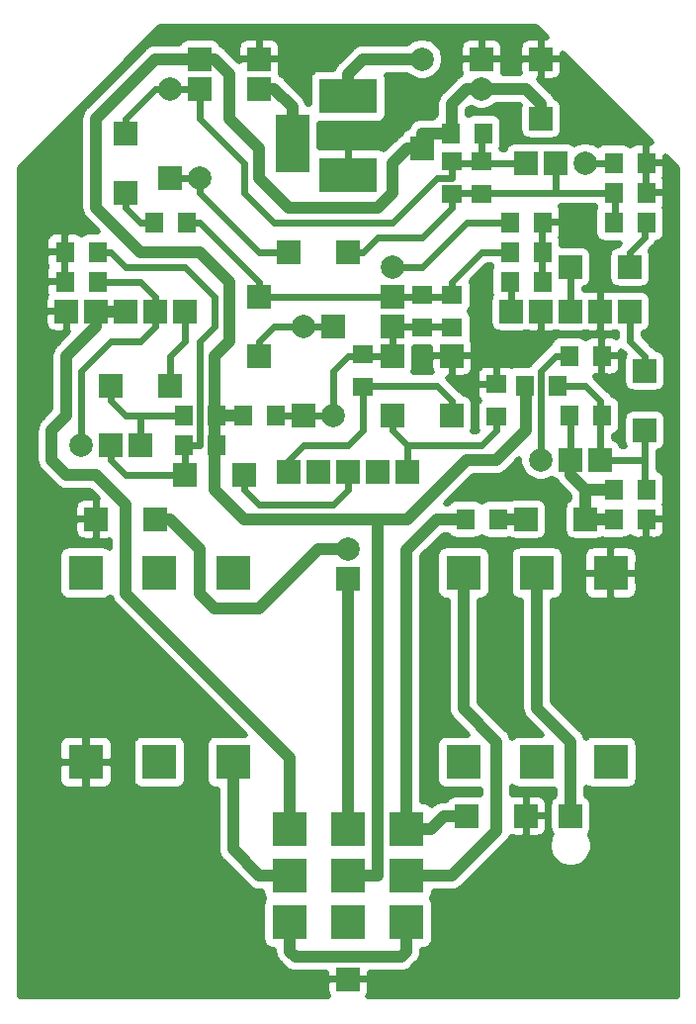
<source format=gbr>
G04 #@! TF.GenerationSoftware,KiCad,Pcbnew,5.1.6-c6e7f7d~87~ubuntu19.10.1*
G04 #@! TF.CreationDate,2022-01-15T23:23:36+06:00*
G04 #@! TF.ProjectId,big_muff_r2a_nyc,6269675f-6d75-4666-965f-7232615f6e79,2A*
G04 #@! TF.SameCoordinates,Original*
G04 #@! TF.FileFunction,Copper,L2,Bot*
G04 #@! TF.FilePolarity,Positive*
%FSLAX46Y46*%
G04 Gerber Fmt 4.6, Leading zero omitted, Abs format (unit mm)*
G04 Created by KiCad (PCBNEW 5.1.6-c6e7f7d~87~ubuntu19.10.1) date 2022-01-15 23:23:36*
%MOMM*%
%LPD*%
G01*
G04 APERTURE LIST*
G04 #@! TA.AperFunction,ComponentPad*
%ADD10C,2.000000*%
G04 #@! TD*
G04 #@! TA.AperFunction,ComponentPad*
%ADD11R,2.000000X2.000000*%
G04 #@! TD*
G04 #@! TA.AperFunction,SMDPad,CuDef*
%ADD12R,1.800000X1.600000*%
G04 #@! TD*
G04 #@! TA.AperFunction,SMDPad,CuDef*
%ADD13R,1.600000X1.800000*%
G04 #@! TD*
G04 #@! TA.AperFunction,ComponentPad*
%ADD14R,3.000000X3.000000*%
G04 #@! TD*
G04 #@! TA.AperFunction,ComponentPad*
%ADD15R,5.000000X3.000000*%
G04 #@! TD*
G04 #@! TA.AperFunction,ComponentPad*
%ADD16R,3.000000X5.000000*%
G04 #@! TD*
G04 #@! TA.AperFunction,Conductor*
%ADD17C,1.000000*%
G04 #@! TD*
G04 #@! TA.AperFunction,Conductor*
%ADD18C,0.600000*%
G04 #@! TD*
G04 #@! TA.AperFunction,Conductor*
%ADD19C,0.500000*%
G04 #@! TD*
G04 APERTURE END LIST*
D10*
X105410000Y-139700000D03*
D11*
X105410000Y-142240000D03*
X129540000Y-119380000D03*
X127000000Y-119380000D03*
X124460000Y-119380000D03*
X121920000Y-119380000D03*
X119380000Y-119380000D03*
X110490000Y-133150000D03*
X107950000Y-133150000D03*
X105410000Y-133150000D03*
X102870000Y-133150000D03*
X100330000Y-133150000D03*
X91440000Y-119380000D03*
X88900000Y-119380000D03*
X86360000Y-119380000D03*
X83820000Y-119380000D03*
X81280000Y-119380000D03*
X97790000Y-97790000D03*
X92710000Y-97790000D03*
D12*
X114300000Y-120780000D03*
X114300000Y-117980000D03*
X116840000Y-106550000D03*
X116840000Y-109350000D03*
D13*
X127130000Y-128270000D03*
X124330000Y-128270000D03*
X83950000Y-116840000D03*
X81150000Y-116840000D03*
X94110000Y-128270000D03*
X91310000Y-128270000D03*
X83950000Y-114300000D03*
X81150000Y-114300000D03*
X94110000Y-130810000D03*
X91310000Y-130810000D03*
D12*
X118110000Y-125600000D03*
X118110000Y-128400000D03*
X106680000Y-125860000D03*
X106680000Y-123060000D03*
D13*
X119250000Y-111760000D03*
X122050000Y-111760000D03*
X96390000Y-128270000D03*
X99190000Y-128270000D03*
D12*
X111760000Y-120780000D03*
X111760000Y-117980000D03*
D13*
X119250000Y-114300000D03*
X122050000Y-114300000D03*
X91570000Y-111760000D03*
X88770000Y-111760000D03*
X128140000Y-106680000D03*
X130940000Y-106680000D03*
X114170000Y-104140000D03*
X116970000Y-104140000D03*
D12*
X114300000Y-106550000D03*
X114300000Y-109350000D03*
D13*
X128140000Y-109220000D03*
X130940000Y-109220000D03*
X128140000Y-111760000D03*
X130940000Y-111760000D03*
X119250000Y-116840000D03*
X122050000Y-116840000D03*
X124330000Y-123190000D03*
X127130000Y-123190000D03*
X120520000Y-125730000D03*
X123320000Y-125730000D03*
X130940000Y-134620000D03*
X128140000Y-134620000D03*
X128140000Y-137160000D03*
X130940000Y-137160000D03*
X118240000Y-137160000D03*
X115440000Y-137160000D03*
D11*
X87630000Y-130810000D03*
X85090000Y-130810000D03*
D10*
X82550000Y-130810000D03*
D11*
X109220000Y-120650000D03*
X109220000Y-118110000D03*
D10*
X109220000Y-115570000D03*
D11*
X120650000Y-106680000D03*
X123190000Y-106680000D03*
D10*
X125730000Y-106680000D03*
D11*
X127000000Y-132080000D03*
X124460000Y-132080000D03*
D10*
X121920000Y-132080000D03*
X104140000Y-128270000D03*
D11*
X104140000Y-120650000D03*
D10*
X101600000Y-120650000D03*
D11*
X101600000Y-128270000D03*
D10*
X90170000Y-100330000D03*
D11*
X90170000Y-107950000D03*
D10*
X92710000Y-107950000D03*
D11*
X92710000Y-100330000D03*
X85090000Y-125730000D03*
X90170000Y-125730000D03*
X96520000Y-133350000D03*
X91440000Y-133350000D03*
X114300000Y-128270000D03*
X114300000Y-123190000D03*
X109220000Y-123190000D03*
X109220000Y-128270000D03*
X97790000Y-118110000D03*
X97790000Y-123190000D03*
X86360000Y-104140000D03*
X86360000Y-109220000D03*
X105410000Y-114300000D03*
X100330000Y-114300000D03*
X124460000Y-115570000D03*
X129540000Y-115570000D03*
X130810000Y-129540000D03*
X130810000Y-124460000D03*
X120650000Y-137160000D03*
X125730000Y-137160000D03*
D10*
X111760000Y-97790000D03*
D11*
X111760000Y-105410000D03*
D10*
X116840000Y-100330000D03*
D11*
X116840000Y-97790000D03*
D14*
X95540000Y-141760000D03*
X89240000Y-141760000D03*
X82940000Y-141760000D03*
X95540000Y-157960000D03*
X89240000Y-157960000D03*
X82940000Y-157960000D03*
X115280000Y-157960000D03*
X121580000Y-157960000D03*
X127880000Y-157960000D03*
X115280000Y-141760000D03*
X121580000Y-141760000D03*
X127880000Y-141760000D03*
D15*
X105410000Y-100980000D03*
D16*
X100610000Y-104980000D03*
D15*
X105410000Y-107680000D03*
D11*
X105410000Y-176530000D03*
X120650000Y-162560000D03*
X115570000Y-162560000D03*
X121920000Y-102870000D03*
X121920000Y-97790000D03*
X124460000Y-162560000D03*
X83820000Y-137160000D03*
X88900000Y-137160000D03*
X97790000Y-100330000D03*
D14*
X110410000Y-167640000D03*
X110410000Y-171640000D03*
X110410000Y-163640000D03*
X105410000Y-167640000D03*
X105410000Y-171640000D03*
X105410000Y-163640000D03*
X100410000Y-163640000D03*
X100410000Y-167640000D03*
X100410000Y-171640000D03*
D17*
X102870000Y-139700000D02*
X105410000Y-139700000D01*
X97790000Y-144780000D02*
X102870000Y-139700000D01*
X93980000Y-144780000D02*
X97790000Y-144780000D01*
X92710000Y-143510000D02*
X93980000Y-144780000D01*
X90170000Y-137160000D02*
X92710000Y-139700000D01*
X92710000Y-139700000D02*
X92710000Y-143510000D01*
X88900000Y-137160000D02*
X90170000Y-137160000D01*
X105410000Y-163640000D02*
X105410000Y-142240000D01*
X110410000Y-174140000D02*
X110410000Y-171640000D01*
X109925000Y-174625000D02*
X110410000Y-174140000D01*
X100895000Y-174625000D02*
X109925000Y-174625000D01*
X100410000Y-174140000D02*
X100895000Y-174625000D01*
X100410000Y-171640000D02*
X100410000Y-174140000D01*
X113570000Y-162560000D02*
X115570000Y-162560000D01*
X110410000Y-163640000D02*
X112490000Y-163640000D01*
X112490000Y-163640000D02*
X113570000Y-162560000D01*
X113030000Y-137160000D02*
X115440000Y-137160000D01*
X110410000Y-163640000D02*
X110410000Y-139780000D01*
X110410000Y-139780000D02*
X113030000Y-137160000D01*
X114300000Y-167640000D02*
X111680000Y-167640000D01*
X118110000Y-163830000D02*
X114300000Y-167640000D01*
X118110000Y-156210000D02*
X118110000Y-163830000D01*
X115280000Y-153380000D02*
X118110000Y-156210000D01*
X115280000Y-141760000D02*
X115280000Y-153380000D01*
X83820000Y-119380000D02*
X86360000Y-119380000D01*
X100410000Y-157560000D02*
X100410000Y-163640000D01*
X86360000Y-143510000D02*
X100410000Y-157560000D01*
X83820000Y-133350000D02*
X86360000Y-135890000D01*
X81280000Y-133350000D02*
X83820000Y-133350000D01*
X80010000Y-132080000D02*
X81280000Y-133350000D01*
X86360000Y-135890000D02*
X86360000Y-143510000D01*
X83820000Y-119380000D02*
X83820000Y-120650000D01*
X81280000Y-123190000D02*
X81280000Y-128270000D01*
X83820000Y-120650000D02*
X81280000Y-123190000D01*
X81280000Y-128270000D02*
X80010000Y-129540000D01*
X80010000Y-129540000D02*
X80010000Y-132080000D01*
X100410000Y-167640000D02*
X97790000Y-167640000D01*
X95540000Y-165390000D02*
X97790000Y-167640000D01*
X95540000Y-157960000D02*
X95540000Y-165390000D01*
X100610000Y-104980000D02*
X100610000Y-101880000D01*
X100610000Y-101880000D02*
X99060000Y-100330000D01*
X99060000Y-100330000D02*
X97790000Y-100330000D01*
X124460000Y-162560000D02*
X124460000Y-156210000D01*
X121580000Y-153330000D02*
X124460000Y-156210000D01*
X121580000Y-141760000D02*
X121580000Y-153330000D01*
X106680000Y-97790000D02*
X111760000Y-97790000D01*
X105410000Y-100980000D02*
X105410000Y-99060000D01*
X105410000Y-99060000D02*
X106680000Y-97790000D01*
D18*
X124460000Y-128270000D02*
X124460000Y-132080000D01*
D17*
X128140000Y-137160000D02*
X125730000Y-137160000D01*
X125730000Y-134620000D02*
X125730000Y-137160000D01*
X128140000Y-134620000D02*
X125730000Y-134620000D01*
X124460000Y-133350000D02*
X125730000Y-134620000D01*
X124460000Y-132080000D02*
X124460000Y-133350000D01*
D18*
X127000000Y-132080000D02*
X130810000Y-132080000D01*
X130810000Y-132080000D02*
X130810000Y-129540000D01*
X130810000Y-132080000D02*
X130810000Y-134620000D01*
X125730000Y-125730000D02*
X127000000Y-127000000D01*
X127000000Y-127000000D02*
X127000000Y-132080000D01*
X123320000Y-125730000D02*
X125730000Y-125730000D01*
X129540000Y-119380000D02*
X129540000Y-121920000D01*
X129540000Y-121920000D02*
X130810000Y-123190000D01*
X130810000Y-123190000D02*
X130810000Y-124460000D01*
X124460000Y-115570000D02*
X124460000Y-119380000D01*
X129540000Y-115570000D02*
X129540000Y-114300000D01*
X129540000Y-114300000D02*
X130810000Y-113030000D01*
X130810000Y-113030000D02*
X130810000Y-111760000D01*
X128270000Y-109220000D02*
X128270000Y-111760000D01*
X128140000Y-109220000D02*
X123190000Y-109220000D01*
X123190000Y-106680000D02*
X123190000Y-109220000D01*
X123190000Y-109220000D02*
X116840000Y-109220000D01*
X116840000Y-109220000D02*
X114300000Y-109220000D01*
X105410000Y-114300000D02*
X106680000Y-114300000D01*
X106680000Y-114300000D02*
X107950000Y-113030000D01*
X114300000Y-110490000D02*
X114300000Y-109350000D01*
X107950000Y-113030000D02*
X111760000Y-113030000D01*
X111760000Y-113030000D02*
X114300000Y-110490000D01*
X90170000Y-107950000D02*
X92710000Y-107950000D01*
X97790000Y-114300000D02*
X100330000Y-114300000D01*
X92710000Y-107950000D02*
X92710000Y-109220000D01*
X92710000Y-109220000D02*
X97790000Y-114300000D01*
X92710000Y-100330000D02*
X90170000Y-100330000D01*
X86360000Y-104140000D02*
X86360000Y-102870000D01*
X86360000Y-102870000D02*
X88900000Y-100330000D01*
X88900000Y-100330000D02*
X90170000Y-100330000D01*
X120650000Y-106680000D02*
X116840000Y-106680000D01*
X116840000Y-106680000D02*
X114300000Y-106680000D01*
X116840000Y-106550000D02*
X116840000Y-104140000D01*
X109220000Y-111760000D02*
X113030000Y-107950000D01*
X96520000Y-109220000D02*
X99060000Y-111760000D01*
X92710000Y-102870000D02*
X96520000Y-106680000D01*
X92710000Y-100330000D02*
X92710000Y-102870000D01*
X96520000Y-106680000D02*
X96520000Y-109220000D01*
X99060000Y-111760000D02*
X109220000Y-111760000D01*
X113030000Y-107950000D02*
X114300000Y-107950000D01*
X114300000Y-106550000D02*
X114300000Y-107950000D01*
X88770000Y-111760000D02*
X87630000Y-111760000D01*
X87630000Y-111760000D02*
X86360000Y-110490000D01*
X86360000Y-110490000D02*
X86360000Y-109220000D01*
X97790000Y-116840000D02*
X97790000Y-118110000D01*
X91570000Y-111760000D02*
X92710000Y-111760000D01*
X92710000Y-111760000D02*
X97790000Y-116840000D01*
X109220000Y-118110000D02*
X111760000Y-118110000D01*
X111760000Y-118110000D02*
X114300000Y-118110000D01*
X114300000Y-117980000D02*
X114300000Y-116840000D01*
X114300000Y-116840000D02*
X116840000Y-114300000D01*
X97790000Y-118110000D02*
X109220000Y-118110000D01*
X119250000Y-114300000D02*
X116840000Y-114300000D01*
X101600000Y-120650000D02*
X104140000Y-120650000D01*
X97790000Y-123190000D02*
X97790000Y-121920000D01*
X97790000Y-121920000D02*
X99060000Y-120650000D01*
X99060000Y-120650000D02*
X101600000Y-120650000D01*
X111760000Y-120650000D02*
X114300000Y-120650000D01*
X109220000Y-120650000D02*
X111760000Y-120650000D01*
X109220000Y-120650000D02*
X109220000Y-123190000D01*
X101600000Y-128270000D02*
X104140000Y-128270000D01*
X99190000Y-128270000D02*
X101600000Y-128270000D01*
X109220000Y-123190000D02*
X106680000Y-123190000D01*
X104140000Y-124460000D02*
X105410000Y-123190000D01*
X105410000Y-123190000D02*
X106680000Y-123190000D01*
X104140000Y-128270000D02*
X104140000Y-124460000D01*
X109220000Y-128270000D02*
X109220000Y-129540000D01*
X109220000Y-129540000D02*
X110490000Y-130810000D01*
X110490000Y-130810000D02*
X110490000Y-133350000D01*
X116840000Y-130810000D02*
X110490000Y-130810000D01*
X116840000Y-130810000D02*
X118110000Y-129540000D01*
X118110000Y-128400000D02*
X118110000Y-129540000D01*
X113030000Y-125730000D02*
X106680000Y-125730000D01*
X114300000Y-128270000D02*
X114300000Y-127000000D01*
X114300000Y-127000000D02*
X113030000Y-125730000D01*
X106680000Y-125730000D02*
X106680000Y-129540000D01*
X105410000Y-130810000D02*
X106680000Y-129540000D01*
X105410000Y-130810000D02*
X101600000Y-130810000D01*
X100330000Y-132080000D02*
X101600000Y-130810000D01*
X100330000Y-132080000D02*
X100330000Y-133350000D01*
X105410000Y-134620000D02*
X105410000Y-133350000D01*
X104140000Y-135890000D02*
X105410000Y-134620000D01*
X96520000Y-133350000D02*
X96520000Y-134620000D01*
X97790000Y-135890000D02*
X104140000Y-135890000D01*
X96520000Y-134620000D02*
X97790000Y-135890000D01*
X91440000Y-133350000D02*
X91440000Y-130810000D01*
X85090000Y-132080000D02*
X86360000Y-133350000D01*
X86360000Y-133350000D02*
X91440000Y-133350000D01*
X85090000Y-130810000D02*
X85090000Y-132080000D01*
X92710000Y-130810000D02*
X91310000Y-130810000D01*
X92710000Y-121920000D02*
X92710000Y-130810000D01*
X93980000Y-120650000D02*
X92710000Y-121920000D01*
X83950000Y-114300000D02*
X85090000Y-114300000D01*
X85090000Y-114300000D02*
X86360000Y-115570000D01*
X86360000Y-115570000D02*
X91440000Y-115570000D01*
X91440000Y-115570000D02*
X93980000Y-118110000D01*
X93980000Y-118110000D02*
X93980000Y-120650000D01*
X91310000Y-128270000D02*
X87630000Y-128270000D01*
X87630000Y-130810000D02*
X87630000Y-128270000D01*
X87630000Y-128270000D02*
X86360000Y-128270000D01*
X85090000Y-127000000D02*
X86360000Y-128270000D01*
X85090000Y-125730000D02*
X85090000Y-127000000D01*
X90170000Y-125730000D02*
X90170000Y-123190000D01*
X90170000Y-123190000D02*
X91440000Y-121920000D01*
X91440000Y-121920000D02*
X91440000Y-119380000D01*
X124330000Y-123190000D02*
X123190000Y-123190000D01*
X121920000Y-124460000D02*
X121920000Y-132080000D01*
X121920000Y-124460000D02*
X123190000Y-123190000D01*
D17*
X118240000Y-137160000D02*
X120650000Y-137160000D01*
D18*
X119250000Y-119250000D02*
X119380000Y-119380000D01*
X119380000Y-119380000D02*
X119380000Y-116840000D01*
X128140000Y-106680000D02*
X125730000Y-106680000D01*
X111760000Y-115570000D02*
X109220000Y-115570000D01*
X119250000Y-111760000D02*
X115570000Y-111760000D01*
X115570000Y-111760000D02*
X111760000Y-115570000D01*
X87630000Y-116840000D02*
X88900000Y-118110000D01*
X88900000Y-118110000D02*
X88900000Y-119380000D01*
X82550000Y-124460000D02*
X85090000Y-121920000D01*
X82550000Y-130810000D02*
X82550000Y-124460000D01*
X87630000Y-121920000D02*
X88900000Y-120650000D01*
X88900000Y-120650000D02*
X88900000Y-119380000D01*
X85090000Y-121920000D02*
X87630000Y-121920000D01*
X83950000Y-116840000D02*
X87630000Y-116840000D01*
D17*
X107950000Y-167640000D02*
X105410000Y-167640000D01*
X107950000Y-137160000D02*
X107950000Y-167640000D01*
X120650000Y-100330000D02*
X121920000Y-101600000D01*
X121920000Y-101600000D02*
X121920000Y-102870000D01*
X116840000Y-100330000D02*
X120650000Y-100330000D01*
X96390000Y-128270000D02*
X94110000Y-128270000D01*
X115570000Y-132080000D02*
X118110000Y-132080000D01*
X118110000Y-132080000D02*
X120650000Y-129540000D01*
X107950000Y-137160000D02*
X110490000Y-137160000D01*
X120650000Y-129540000D02*
X120650000Y-125730000D01*
X110490000Y-137160000D02*
X115570000Y-132080000D01*
X111760000Y-105410000D02*
X111760000Y-104140000D01*
X114170000Y-104140000D02*
X111760000Y-104140000D01*
X116840000Y-100330000D02*
X115570000Y-100330000D01*
X115570000Y-100330000D02*
X114300000Y-101600000D01*
X114300000Y-101600000D02*
X114300000Y-104140000D01*
X96520000Y-137160000D02*
X107950000Y-137160000D01*
X93980000Y-123190000D02*
X93980000Y-134620000D01*
X95250000Y-121920000D02*
X93980000Y-123190000D01*
X109220000Y-109220000D02*
X107950000Y-110490000D01*
X92710000Y-114300000D02*
X95250000Y-116840000D01*
X83820000Y-110490000D02*
X87630000Y-114300000D01*
X109220000Y-106680000D02*
X109220000Y-109220000D01*
X93980000Y-134620000D02*
X96520000Y-137160000D01*
X95250000Y-102870000D02*
X95250000Y-99060000D01*
X110490000Y-105410000D02*
X109220000Y-106680000D01*
X95250000Y-99060000D02*
X93980000Y-97790000D01*
X107950000Y-110490000D02*
X100330000Y-110490000D01*
X100330000Y-110490000D02*
X97790000Y-107950000D01*
X87630000Y-114300000D02*
X92710000Y-114300000D01*
X83820000Y-102870000D02*
X83820000Y-110490000D01*
X97790000Y-107950000D02*
X97790000Y-105410000D01*
X95250000Y-116840000D02*
X95250000Y-121920000D01*
X88900000Y-97790000D02*
X83820000Y-102870000D01*
X97790000Y-105410000D02*
X95250000Y-102870000D01*
X111760000Y-105410000D02*
X110490000Y-105410000D01*
X93980000Y-97790000D02*
X88900000Y-97790000D01*
D19*
G36*
X122393898Y-95938821D02*
G01*
X122182500Y-95940000D01*
X121970000Y-96152500D01*
X121970000Y-97740000D01*
X123557500Y-97740000D01*
X123770000Y-97527500D01*
X123771179Y-97316102D01*
X131383689Y-104928614D01*
X131202500Y-104930000D01*
X130990000Y-105142500D01*
X130990000Y-106630000D01*
X132377500Y-106630000D01*
X132590000Y-106417500D01*
X132591811Y-106136736D01*
X133570000Y-107114925D01*
X133570001Y-178020000D01*
X107107465Y-178020000D01*
X107120169Y-178004520D01*
X107199098Y-177856855D01*
X107247701Y-177696629D01*
X107264113Y-177530000D01*
X107260000Y-176792500D01*
X107047500Y-176580000D01*
X105460000Y-176580000D01*
X105460000Y-176600000D01*
X105360000Y-176600000D01*
X105360000Y-176580000D01*
X103772500Y-176580000D01*
X103560000Y-176792500D01*
X103555887Y-177530000D01*
X103572299Y-177696629D01*
X103620902Y-177856855D01*
X103699831Y-178004520D01*
X103712535Y-178020000D01*
X77250000Y-178020000D01*
X77250000Y-159460000D01*
X80585887Y-159460000D01*
X80602299Y-159626629D01*
X80650902Y-159786855D01*
X80729831Y-159934520D01*
X80836051Y-160063949D01*
X80965480Y-160170169D01*
X81113145Y-160249098D01*
X81273371Y-160297701D01*
X81440000Y-160314113D01*
X82677500Y-160310000D01*
X82890000Y-160097500D01*
X82890000Y-158010000D01*
X82990000Y-158010000D01*
X82990000Y-160097500D01*
X83202500Y-160310000D01*
X84440000Y-160314113D01*
X84606629Y-160297701D01*
X84766855Y-160249098D01*
X84914520Y-160170169D01*
X85043949Y-160063949D01*
X85150169Y-159934520D01*
X85229098Y-159786855D01*
X85277701Y-159626629D01*
X85294113Y-159460000D01*
X85290000Y-158222500D01*
X85077500Y-158010000D01*
X82990000Y-158010000D01*
X82890000Y-158010000D01*
X80802500Y-158010000D01*
X80590000Y-158222500D01*
X80585887Y-159460000D01*
X77250000Y-159460000D01*
X77250000Y-156460000D01*
X80585887Y-156460000D01*
X80590000Y-157697500D01*
X80802500Y-157910000D01*
X82890000Y-157910000D01*
X82890000Y-155822500D01*
X82990000Y-155822500D01*
X82990000Y-157910000D01*
X85077500Y-157910000D01*
X85290000Y-157697500D01*
X85294113Y-156460000D01*
X86885888Y-156460000D01*
X86885888Y-159460000D01*
X86902300Y-159626629D01*
X86950903Y-159786855D01*
X87029832Y-159934519D01*
X87136052Y-160063948D01*
X87265481Y-160170168D01*
X87413145Y-160249097D01*
X87573371Y-160297700D01*
X87740000Y-160314112D01*
X90740000Y-160314112D01*
X90906629Y-160297700D01*
X91066855Y-160249097D01*
X91214519Y-160170168D01*
X91343948Y-160063948D01*
X91450168Y-159934519D01*
X91529097Y-159786855D01*
X91577700Y-159626629D01*
X91594112Y-159460000D01*
X91594112Y-156460000D01*
X91577700Y-156293371D01*
X91529097Y-156133145D01*
X91450168Y-155985481D01*
X91343948Y-155856052D01*
X91214519Y-155749832D01*
X91066855Y-155670903D01*
X90906629Y-155622300D01*
X90740000Y-155605888D01*
X87740000Y-155605888D01*
X87573371Y-155622300D01*
X87413145Y-155670903D01*
X87265481Y-155749832D01*
X87136052Y-155856052D01*
X87029832Y-155985481D01*
X86950903Y-156133145D01*
X86902300Y-156293371D01*
X86885888Y-156460000D01*
X85294113Y-156460000D01*
X85277701Y-156293371D01*
X85229098Y-156133145D01*
X85150169Y-155985480D01*
X85043949Y-155856051D01*
X84914520Y-155749831D01*
X84766855Y-155670902D01*
X84606629Y-155622299D01*
X84440000Y-155605887D01*
X83202500Y-155610000D01*
X82990000Y-155822500D01*
X82890000Y-155822500D01*
X82677500Y-155610000D01*
X81440000Y-155605887D01*
X81273371Y-155622299D01*
X81113145Y-155670902D01*
X80965480Y-155749831D01*
X80836051Y-155856051D01*
X80729831Y-155985480D01*
X80650902Y-156133145D01*
X80602299Y-156293371D01*
X80585887Y-156460000D01*
X77250000Y-156460000D01*
X77250000Y-138160000D01*
X81965887Y-138160000D01*
X81982299Y-138326629D01*
X82030902Y-138486855D01*
X82109831Y-138634520D01*
X82216051Y-138763949D01*
X82345480Y-138870169D01*
X82493145Y-138949098D01*
X82653371Y-138997701D01*
X82820000Y-139014113D01*
X83557500Y-139010000D01*
X83770000Y-138797500D01*
X83770000Y-137210000D01*
X82182500Y-137210000D01*
X81970000Y-137422500D01*
X81965887Y-138160000D01*
X77250000Y-138160000D01*
X77250000Y-136160000D01*
X81965887Y-136160000D01*
X81970000Y-136897500D01*
X82182500Y-137110000D01*
X83770000Y-137110000D01*
X83770000Y-135522500D01*
X83557500Y-135310000D01*
X82820000Y-135305887D01*
X82653371Y-135322299D01*
X82493145Y-135370902D01*
X82345480Y-135449831D01*
X82216051Y-135556051D01*
X82109831Y-135685480D01*
X82030902Y-135833145D01*
X81982299Y-135993371D01*
X81965887Y-136160000D01*
X77250000Y-136160000D01*
X77250000Y-129540000D01*
X78653468Y-129540000D01*
X78660000Y-129606319D01*
X78660001Y-132013671D01*
X78653468Y-132080000D01*
X78679534Y-132344646D01*
X78756729Y-132599122D01*
X78882085Y-132833649D01*
X79008510Y-132987698D01*
X79008514Y-132987702D01*
X79050788Y-133039213D01*
X79102299Y-133081487D01*
X80278513Y-134257702D01*
X80320787Y-134309213D01*
X80372298Y-134351487D01*
X80372301Y-134351490D01*
X80526350Y-134477915D01*
X80651707Y-134544919D01*
X80760878Y-134603272D01*
X81015354Y-134680467D01*
X81213679Y-134700000D01*
X81213688Y-134700000D01*
X81279999Y-134706531D01*
X81346310Y-134700000D01*
X83260812Y-134700000D01*
X83976656Y-135415844D01*
X83870000Y-135522500D01*
X83870000Y-137110000D01*
X83890000Y-137110000D01*
X83890000Y-137210000D01*
X83870000Y-137210000D01*
X83870000Y-138797500D01*
X84082500Y-139010000D01*
X84820000Y-139014113D01*
X84986629Y-138997701D01*
X85010000Y-138990612D01*
X85010000Y-139628192D01*
X84914519Y-139549832D01*
X84766855Y-139470903D01*
X84606629Y-139422300D01*
X84440000Y-139405888D01*
X81440000Y-139405888D01*
X81273371Y-139422300D01*
X81113145Y-139470903D01*
X80965481Y-139549832D01*
X80836052Y-139656052D01*
X80729832Y-139785481D01*
X80650903Y-139933145D01*
X80602300Y-140093371D01*
X80585888Y-140260000D01*
X80585888Y-143260000D01*
X80602300Y-143426629D01*
X80650903Y-143586855D01*
X80729832Y-143734519D01*
X80836052Y-143863948D01*
X80965481Y-143970168D01*
X81113145Y-144049097D01*
X81273371Y-144097700D01*
X81440000Y-144114112D01*
X84440000Y-144114112D01*
X84606629Y-144097700D01*
X84766855Y-144049097D01*
X84914519Y-143970168D01*
X85043948Y-143863948D01*
X85053203Y-143852671D01*
X85106729Y-144029122D01*
X85232085Y-144263649D01*
X85358510Y-144417698D01*
X85358514Y-144417702D01*
X85400788Y-144469213D01*
X85452299Y-144511487D01*
X96546700Y-155605888D01*
X94040000Y-155605888D01*
X93873371Y-155622300D01*
X93713145Y-155670903D01*
X93565481Y-155749832D01*
X93436052Y-155856052D01*
X93329832Y-155985481D01*
X93250903Y-156133145D01*
X93202300Y-156293371D01*
X93185888Y-156460000D01*
X93185888Y-159460000D01*
X93202300Y-159626629D01*
X93250903Y-159786855D01*
X93329832Y-159934519D01*
X93436052Y-160063948D01*
X93565481Y-160170168D01*
X93713145Y-160249097D01*
X93873371Y-160297700D01*
X94040000Y-160314112D01*
X94190000Y-160314112D01*
X94190001Y-165323671D01*
X94183468Y-165390000D01*
X94209534Y-165654646D01*
X94286729Y-165909122D01*
X94412085Y-166143649D01*
X94538510Y-166297698D01*
X94538514Y-166297702D01*
X94580788Y-166349213D01*
X94632299Y-166391487D01*
X96788509Y-168547697D01*
X96830787Y-168599213D01*
X96882302Y-168641490D01*
X97036351Y-168767915D01*
X97270877Y-168893272D01*
X97525354Y-168970467D01*
X97790000Y-168996532D01*
X97856321Y-168990000D01*
X98055888Y-168990000D01*
X98055888Y-169140000D01*
X98072300Y-169306629D01*
X98120903Y-169466855D01*
X98199832Y-169614519D01*
X98220744Y-169640000D01*
X98199832Y-169665481D01*
X98120903Y-169813145D01*
X98072300Y-169973371D01*
X98055888Y-170140000D01*
X98055888Y-173140000D01*
X98072300Y-173306629D01*
X98120903Y-173466855D01*
X98199832Y-173614519D01*
X98306052Y-173743948D01*
X98435481Y-173850168D01*
X98583145Y-173929097D01*
X98743371Y-173977700D01*
X98910000Y-173994112D01*
X99060001Y-173994112D01*
X99060001Y-174073671D01*
X99053468Y-174140000D01*
X99079534Y-174404646D01*
X99156729Y-174659122D01*
X99282085Y-174893649D01*
X99408510Y-175047698D01*
X99408514Y-175047702D01*
X99450788Y-175099213D01*
X99502300Y-175141488D01*
X99893505Y-175532692D01*
X99935787Y-175584213D01*
X100141351Y-175752915D01*
X100375878Y-175878272D01*
X100630354Y-175955467D01*
X100828679Y-175975000D01*
X100828681Y-175975000D01*
X100895000Y-175981532D01*
X100961319Y-175975000D01*
X103558369Y-175975000D01*
X103560000Y-176267500D01*
X103772500Y-176480000D01*
X105360000Y-176480000D01*
X105360000Y-176460000D01*
X105460000Y-176460000D01*
X105460000Y-176480000D01*
X107047500Y-176480000D01*
X107260000Y-176267500D01*
X107261631Y-175975000D01*
X109858681Y-175975000D01*
X109925000Y-175981532D01*
X109991319Y-175975000D01*
X109991321Y-175975000D01*
X110189646Y-175955467D01*
X110444122Y-175878272D01*
X110678649Y-175752915D01*
X110884213Y-175584213D01*
X110926492Y-175532696D01*
X111317696Y-175141491D01*
X111369212Y-175099213D01*
X111537915Y-174893649D01*
X111663272Y-174659122D01*
X111740467Y-174404646D01*
X111760000Y-174206321D01*
X111760000Y-174206319D01*
X111766532Y-174140000D01*
X111760000Y-174073681D01*
X111760000Y-173994112D01*
X111910000Y-173994112D01*
X112076629Y-173977700D01*
X112236855Y-173929097D01*
X112384519Y-173850168D01*
X112513948Y-173743948D01*
X112620168Y-173614519D01*
X112699097Y-173466855D01*
X112747700Y-173306629D01*
X112764112Y-173140000D01*
X112764112Y-170140000D01*
X112747700Y-169973371D01*
X112699097Y-169813145D01*
X112620168Y-169665481D01*
X112599256Y-169640000D01*
X112620168Y-169614519D01*
X112699097Y-169466855D01*
X112747700Y-169306629D01*
X112764112Y-169140000D01*
X112764112Y-168990000D01*
X114233681Y-168990000D01*
X114300000Y-168996532D01*
X114366319Y-168990000D01*
X114366321Y-168990000D01*
X114564646Y-168970467D01*
X114819122Y-168893272D01*
X115053649Y-168767915D01*
X115259213Y-168599213D01*
X115301491Y-168547697D01*
X119017697Y-164831491D01*
X119069213Y-164789213D01*
X119142275Y-164700187D01*
X119237915Y-164583650D01*
X119357685Y-164359575D01*
X119483371Y-164397701D01*
X119650000Y-164414113D01*
X120387500Y-164410000D01*
X120600000Y-164197500D01*
X120600000Y-162610000D01*
X120700000Y-162610000D01*
X120700000Y-164197500D01*
X120912500Y-164410000D01*
X121650000Y-164414113D01*
X121816629Y-164397701D01*
X121976855Y-164349098D01*
X122124520Y-164270169D01*
X122253949Y-164163949D01*
X122360169Y-164034520D01*
X122439098Y-163886855D01*
X122487701Y-163726629D01*
X122504113Y-163560000D01*
X122500000Y-162822500D01*
X122287500Y-162610000D01*
X120700000Y-162610000D01*
X120600000Y-162610000D01*
X120580000Y-162610000D01*
X120580000Y-162510000D01*
X120600000Y-162510000D01*
X120600000Y-160922500D01*
X120700000Y-160922500D01*
X120700000Y-162510000D01*
X122287500Y-162510000D01*
X122500000Y-162297500D01*
X122504113Y-161560000D01*
X122487701Y-161393371D01*
X122439098Y-161233145D01*
X122360169Y-161085480D01*
X122253949Y-160956051D01*
X122124520Y-160849831D01*
X121976855Y-160770902D01*
X121816629Y-160722299D01*
X121650000Y-160705887D01*
X120912500Y-160710000D01*
X120700000Y-160922500D01*
X120600000Y-160922500D01*
X120387500Y-160710000D01*
X119650000Y-160705887D01*
X119483371Y-160722299D01*
X119460000Y-160729388D01*
X119460000Y-160044389D01*
X119476052Y-160063948D01*
X119605481Y-160170168D01*
X119753145Y-160249097D01*
X119913371Y-160297700D01*
X120080000Y-160314112D01*
X123080000Y-160314112D01*
X123110000Y-160311157D01*
X123110000Y-160783274D01*
X122985481Y-160849832D01*
X122856052Y-160956052D01*
X122749832Y-161085481D01*
X122670903Y-161233145D01*
X122622300Y-161393371D01*
X122605888Y-161560000D01*
X122605888Y-163560000D01*
X122622300Y-163726629D01*
X122670903Y-163886855D01*
X122749832Y-164034519D01*
X122818213Y-164117841D01*
X122766711Y-164194918D01*
X122622675Y-164542653D01*
X122549245Y-164911807D01*
X122549245Y-165288193D01*
X122622675Y-165657347D01*
X122766711Y-166005082D01*
X122975820Y-166318035D01*
X123241965Y-166584180D01*
X123554918Y-166793289D01*
X123902653Y-166937325D01*
X124271807Y-167010755D01*
X124648193Y-167010755D01*
X125017347Y-166937325D01*
X125365082Y-166793289D01*
X125678035Y-166584180D01*
X125944180Y-166318035D01*
X126153289Y-166005082D01*
X126297325Y-165657347D01*
X126370755Y-165288193D01*
X126370755Y-164911807D01*
X126297325Y-164542653D01*
X126153289Y-164194918D01*
X126101787Y-164117841D01*
X126170168Y-164034519D01*
X126249097Y-163886855D01*
X126297700Y-163726629D01*
X126314112Y-163560000D01*
X126314112Y-161560000D01*
X126297700Y-161393371D01*
X126249097Y-161233145D01*
X126170168Y-161085481D01*
X126063948Y-160956052D01*
X125934519Y-160849832D01*
X125810000Y-160783274D01*
X125810000Y-160091808D01*
X125905481Y-160170168D01*
X126053145Y-160249097D01*
X126213371Y-160297700D01*
X126380000Y-160314112D01*
X129380000Y-160314112D01*
X129546629Y-160297700D01*
X129706855Y-160249097D01*
X129854519Y-160170168D01*
X129983948Y-160063948D01*
X130090168Y-159934519D01*
X130169097Y-159786855D01*
X130217700Y-159626629D01*
X130234112Y-159460000D01*
X130234112Y-156460000D01*
X130217700Y-156293371D01*
X130169097Y-156133145D01*
X130090168Y-155985481D01*
X129983948Y-155856052D01*
X129854519Y-155749832D01*
X129706855Y-155670903D01*
X129546629Y-155622300D01*
X129380000Y-155605888D01*
X126380000Y-155605888D01*
X126213371Y-155622300D01*
X126053145Y-155670903D01*
X125905481Y-155749832D01*
X125776052Y-155856052D01*
X125766798Y-155867328D01*
X125713272Y-155690878D01*
X125587916Y-155456352D01*
X125587915Y-155456350D01*
X125461490Y-155302301D01*
X125461487Y-155302298D01*
X125419213Y-155250787D01*
X125367702Y-155208513D01*
X122930000Y-152770812D01*
X122930000Y-144114112D01*
X123080000Y-144114112D01*
X123246629Y-144097700D01*
X123406855Y-144049097D01*
X123554519Y-143970168D01*
X123683948Y-143863948D01*
X123790168Y-143734519D01*
X123869097Y-143586855D01*
X123917700Y-143426629D01*
X123934112Y-143260000D01*
X125525887Y-143260000D01*
X125542299Y-143426629D01*
X125590902Y-143586855D01*
X125669831Y-143734520D01*
X125776051Y-143863949D01*
X125905480Y-143970169D01*
X126053145Y-144049098D01*
X126213371Y-144097701D01*
X126380000Y-144114113D01*
X127617500Y-144110000D01*
X127830000Y-143897500D01*
X127830000Y-141810000D01*
X127930000Y-141810000D01*
X127930000Y-143897500D01*
X128142500Y-144110000D01*
X129380000Y-144114113D01*
X129546629Y-144097701D01*
X129706855Y-144049098D01*
X129854520Y-143970169D01*
X129983949Y-143863949D01*
X130090169Y-143734520D01*
X130169098Y-143586855D01*
X130217701Y-143426629D01*
X130234113Y-143260000D01*
X130230000Y-142022500D01*
X130017500Y-141810000D01*
X127930000Y-141810000D01*
X127830000Y-141810000D01*
X125742500Y-141810000D01*
X125530000Y-142022500D01*
X125525887Y-143260000D01*
X123934112Y-143260000D01*
X123934112Y-140260000D01*
X125525887Y-140260000D01*
X125530000Y-141497500D01*
X125742500Y-141710000D01*
X127830000Y-141710000D01*
X127830000Y-139622500D01*
X127930000Y-139622500D01*
X127930000Y-141710000D01*
X130017500Y-141710000D01*
X130230000Y-141497500D01*
X130234113Y-140260000D01*
X130217701Y-140093371D01*
X130169098Y-139933145D01*
X130090169Y-139785480D01*
X129983949Y-139656051D01*
X129854520Y-139549831D01*
X129706855Y-139470902D01*
X129546629Y-139422299D01*
X129380000Y-139405887D01*
X128142500Y-139410000D01*
X127930000Y-139622500D01*
X127830000Y-139622500D01*
X127617500Y-139410000D01*
X126380000Y-139405887D01*
X126213371Y-139422299D01*
X126053145Y-139470902D01*
X125905480Y-139549831D01*
X125776051Y-139656051D01*
X125669831Y-139785480D01*
X125590902Y-139933145D01*
X125542299Y-140093371D01*
X125525887Y-140260000D01*
X123934112Y-140260000D01*
X123917700Y-140093371D01*
X123869097Y-139933145D01*
X123790168Y-139785481D01*
X123683948Y-139656052D01*
X123554519Y-139549832D01*
X123406855Y-139470903D01*
X123246629Y-139422300D01*
X123080000Y-139405888D01*
X120080000Y-139405888D01*
X119913371Y-139422300D01*
X119753145Y-139470903D01*
X119605481Y-139549832D01*
X119476052Y-139656052D01*
X119369832Y-139785481D01*
X119290903Y-139933145D01*
X119242300Y-140093371D01*
X119225888Y-140260000D01*
X119225888Y-143260000D01*
X119242300Y-143426629D01*
X119290903Y-143586855D01*
X119369832Y-143734519D01*
X119476052Y-143863948D01*
X119605481Y-143970168D01*
X119753145Y-144049097D01*
X119913371Y-144097700D01*
X120080000Y-144114112D01*
X120230000Y-144114112D01*
X120230001Y-153263671D01*
X120223468Y-153330000D01*
X120249534Y-153594646D01*
X120326729Y-153849122D01*
X120452085Y-154083649D01*
X120578510Y-154237698D01*
X120578514Y-154237702D01*
X120620788Y-154289213D01*
X120672299Y-154331487D01*
X121946700Y-155605888D01*
X120080000Y-155605888D01*
X119913371Y-155622300D01*
X119753145Y-155670903D01*
X119605481Y-155749832D01*
X119476052Y-155856052D01*
X119430292Y-155911811D01*
X119363272Y-155690878D01*
X119237915Y-155456351D01*
X119069212Y-155250787D01*
X119017701Y-155208513D01*
X116630000Y-152820812D01*
X116630000Y-144114112D01*
X116780000Y-144114112D01*
X116946629Y-144097700D01*
X117106855Y-144049097D01*
X117254519Y-143970168D01*
X117383948Y-143863948D01*
X117490168Y-143734519D01*
X117569097Y-143586855D01*
X117617700Y-143426629D01*
X117634112Y-143260000D01*
X117634112Y-140260000D01*
X117617700Y-140093371D01*
X117569097Y-139933145D01*
X117490168Y-139785481D01*
X117383948Y-139656052D01*
X117254519Y-139549832D01*
X117106855Y-139470903D01*
X116946629Y-139422300D01*
X116780000Y-139405888D01*
X113780000Y-139405888D01*
X113613371Y-139422300D01*
X113453145Y-139470903D01*
X113305481Y-139549832D01*
X113176052Y-139656052D01*
X113069832Y-139785481D01*
X112990903Y-139933145D01*
X112942300Y-140093371D01*
X112925888Y-140260000D01*
X112925888Y-143260000D01*
X112942300Y-143426629D01*
X112990903Y-143586855D01*
X113069832Y-143734519D01*
X113176052Y-143863948D01*
X113305481Y-143970168D01*
X113453145Y-144049097D01*
X113613371Y-144097700D01*
X113780000Y-144114112D01*
X113930000Y-144114112D01*
X113930001Y-153313671D01*
X113923468Y-153380000D01*
X113949534Y-153644646D01*
X114026729Y-153899122D01*
X114152085Y-154133649D01*
X114278510Y-154287698D01*
X114278514Y-154287702D01*
X114320788Y-154339213D01*
X114372299Y-154381487D01*
X115596700Y-155605888D01*
X113780000Y-155605888D01*
X113613371Y-155622300D01*
X113453145Y-155670903D01*
X113305481Y-155749832D01*
X113176052Y-155856052D01*
X113069832Y-155985481D01*
X112990903Y-156133145D01*
X112942300Y-156293371D01*
X112925888Y-156460000D01*
X112925888Y-159460000D01*
X112942300Y-159626629D01*
X112990903Y-159786855D01*
X113069832Y-159934519D01*
X113176052Y-160063948D01*
X113305481Y-160170168D01*
X113453145Y-160249097D01*
X113613371Y-160297700D01*
X113780000Y-160314112D01*
X116760001Y-160314112D01*
X116760001Y-160729390D01*
X116736629Y-160722300D01*
X116570000Y-160705888D01*
X114570000Y-160705888D01*
X114403371Y-160722300D01*
X114243145Y-160770903D01*
X114095481Y-160849832D01*
X113966052Y-160956052D01*
X113859832Y-161085481D01*
X113793274Y-161210000D01*
X113636319Y-161210000D01*
X113570000Y-161203468D01*
X113503681Y-161210000D01*
X113503679Y-161210000D01*
X113305354Y-161229533D01*
X113119578Y-161285888D01*
X113050877Y-161306728D01*
X112816350Y-161432085D01*
X112699813Y-161527725D01*
X112610787Y-161600787D01*
X112588931Y-161627419D01*
X112513948Y-161536052D01*
X112384519Y-161429832D01*
X112236855Y-161350903D01*
X112076629Y-161302300D01*
X111910000Y-161285888D01*
X111760000Y-161285888D01*
X111760000Y-140339188D01*
X113589188Y-138510000D01*
X113916726Y-138510000D01*
X113929832Y-138534519D01*
X114036052Y-138663948D01*
X114165481Y-138770168D01*
X114313145Y-138849097D01*
X114473371Y-138897700D01*
X114640000Y-138914112D01*
X116240000Y-138914112D01*
X116406629Y-138897700D01*
X116566855Y-138849097D01*
X116714519Y-138770168D01*
X116840000Y-138667188D01*
X116965481Y-138770168D01*
X117113145Y-138849097D01*
X117273371Y-138897700D01*
X117440000Y-138914112D01*
X119040000Y-138914112D01*
X119206629Y-138897700D01*
X119219618Y-138893760D01*
X119323145Y-138949097D01*
X119483371Y-138997700D01*
X119650000Y-139014112D01*
X121650000Y-139014112D01*
X121816629Y-138997700D01*
X121976855Y-138949097D01*
X122124519Y-138870168D01*
X122253948Y-138763948D01*
X122360168Y-138634519D01*
X122439097Y-138486855D01*
X122487700Y-138326629D01*
X122504112Y-138160000D01*
X122504112Y-136160000D01*
X122487700Y-135993371D01*
X122439097Y-135833145D01*
X122360168Y-135685481D01*
X122253948Y-135556052D01*
X122124519Y-135449832D01*
X121976855Y-135370903D01*
X121816629Y-135322300D01*
X121650000Y-135305888D01*
X119650000Y-135305888D01*
X119483371Y-135322300D01*
X119323145Y-135370903D01*
X119219618Y-135426240D01*
X119206629Y-135422300D01*
X119040000Y-135405888D01*
X117440000Y-135405888D01*
X117273371Y-135422300D01*
X117113145Y-135470903D01*
X116965481Y-135549832D01*
X116840000Y-135652812D01*
X116714519Y-135549832D01*
X116566855Y-135470903D01*
X116406629Y-135422300D01*
X116240000Y-135405888D01*
X114640000Y-135405888D01*
X114473371Y-135422300D01*
X114313145Y-135470903D01*
X114165481Y-135549832D01*
X114036052Y-135656052D01*
X113929832Y-135785481D01*
X113916726Y-135810000D01*
X113749188Y-135810000D01*
X116129189Y-133430000D01*
X118043681Y-133430000D01*
X118110000Y-133436532D01*
X118176319Y-133430000D01*
X118176321Y-133430000D01*
X118374646Y-133410467D01*
X118629122Y-133333272D01*
X118863649Y-133207915D01*
X119069213Y-133039213D01*
X119111491Y-132987697D01*
X120070000Y-132029188D01*
X120070000Y-132262209D01*
X120141095Y-132619625D01*
X120280552Y-132956303D01*
X120483011Y-133259306D01*
X120740694Y-133516989D01*
X121043697Y-133719448D01*
X121380375Y-133858905D01*
X121737791Y-133930000D01*
X122102209Y-133930000D01*
X122459625Y-133858905D01*
X122796303Y-133719448D01*
X122853708Y-133681092D01*
X122856052Y-133683948D01*
X122985481Y-133790168D01*
X123133145Y-133869097D01*
X123220952Y-133895732D01*
X123264927Y-133978004D01*
X123332085Y-134103649D01*
X123458510Y-134257698D01*
X123458514Y-134257702D01*
X123500788Y-134309213D01*
X123552299Y-134351487D01*
X124380000Y-135179189D01*
X124380000Y-135383274D01*
X124255481Y-135449832D01*
X124126052Y-135556052D01*
X124019832Y-135685481D01*
X123940903Y-135833145D01*
X123892300Y-135993371D01*
X123875888Y-136160000D01*
X123875888Y-138160000D01*
X123892300Y-138326629D01*
X123940903Y-138486855D01*
X124019832Y-138634519D01*
X124126052Y-138763948D01*
X124255481Y-138870168D01*
X124403145Y-138949097D01*
X124563371Y-138997700D01*
X124730000Y-139014112D01*
X126730000Y-139014112D01*
X126896629Y-138997700D01*
X127056855Y-138949097D01*
X127160382Y-138893760D01*
X127173371Y-138897700D01*
X127340000Y-138914112D01*
X128940000Y-138914112D01*
X129106629Y-138897700D01*
X129266855Y-138849097D01*
X129414519Y-138770168D01*
X129539999Y-138667189D01*
X129665480Y-138770169D01*
X129813145Y-138849098D01*
X129973371Y-138897701D01*
X130140000Y-138914113D01*
X130677500Y-138910000D01*
X130890000Y-138697500D01*
X130890000Y-137210000D01*
X130990000Y-137210000D01*
X130990000Y-138697500D01*
X131202500Y-138910000D01*
X131740000Y-138914113D01*
X131906629Y-138897701D01*
X132066855Y-138849098D01*
X132214520Y-138770169D01*
X132343949Y-138663949D01*
X132450169Y-138534520D01*
X132529098Y-138386855D01*
X132577701Y-138226629D01*
X132594113Y-138060000D01*
X132590000Y-137422500D01*
X132377500Y-137210000D01*
X130990000Y-137210000D01*
X130890000Y-137210000D01*
X130870000Y-137210000D01*
X130870000Y-137110000D01*
X130890000Y-137110000D01*
X130890000Y-137090000D01*
X130990000Y-137090000D01*
X130990000Y-137110000D01*
X132377500Y-137110000D01*
X132590000Y-136897500D01*
X132594113Y-136260000D01*
X132577701Y-136093371D01*
X132529098Y-135933145D01*
X132506036Y-135889999D01*
X132529097Y-135846855D01*
X132577700Y-135686629D01*
X132594112Y-135520000D01*
X132594112Y-133720000D01*
X132577700Y-133553371D01*
X132529097Y-133393145D01*
X132450168Y-133245481D01*
X132343948Y-133116052D01*
X132214519Y-133009832D01*
X132066855Y-132930903D01*
X131960000Y-132898490D01*
X131960000Y-132136491D01*
X131965564Y-132080000D01*
X131960000Y-132023508D01*
X131960000Y-131379338D01*
X131976629Y-131377700D01*
X132136855Y-131329097D01*
X132284519Y-131250168D01*
X132413948Y-131143948D01*
X132520168Y-131014519D01*
X132599097Y-130866855D01*
X132647700Y-130706629D01*
X132664112Y-130540000D01*
X132664112Y-128540000D01*
X132647700Y-128373371D01*
X132599097Y-128213145D01*
X132520168Y-128065481D01*
X132413948Y-127936052D01*
X132284519Y-127829832D01*
X132136855Y-127750903D01*
X131976629Y-127702300D01*
X131810000Y-127685888D01*
X129810000Y-127685888D01*
X129643371Y-127702300D01*
X129483145Y-127750903D01*
X129335481Y-127829832D01*
X129206052Y-127936052D01*
X129099832Y-128065481D01*
X129020903Y-128213145D01*
X128972300Y-128373371D01*
X128955888Y-128540000D01*
X128955888Y-130540000D01*
X128972300Y-130706629D01*
X129020903Y-130866855D01*
X129054655Y-130930000D01*
X128839338Y-130930000D01*
X128837700Y-130913371D01*
X128789097Y-130753145D01*
X128710168Y-130605481D01*
X128603948Y-130476052D01*
X128474519Y-130369832D01*
X128326855Y-130290903D01*
X128166629Y-130242300D01*
X128150000Y-130240662D01*
X128150000Y-129991510D01*
X128256855Y-129959097D01*
X128404519Y-129880168D01*
X128533948Y-129773948D01*
X128640168Y-129644519D01*
X128719097Y-129496855D01*
X128767700Y-129336629D01*
X128784112Y-129170000D01*
X128784112Y-127370000D01*
X128767700Y-127203371D01*
X128719097Y-127043145D01*
X128640168Y-126895481D01*
X128533948Y-126766052D01*
X128404519Y-126659832D01*
X128256855Y-126580903D01*
X128096629Y-126532300D01*
X128051610Y-126527866D01*
X127960816Y-126358003D01*
X127911327Y-126297700D01*
X127853118Y-126226772D01*
X127853115Y-126226769D01*
X127817107Y-126182893D01*
X127773231Y-126146885D01*
X126583124Y-124956780D01*
X126571214Y-124942267D01*
X126867500Y-124940000D01*
X127080000Y-124727500D01*
X127080000Y-123240000D01*
X127180000Y-123240000D01*
X127180000Y-124727500D01*
X127392500Y-124940000D01*
X127930000Y-124944113D01*
X128096629Y-124927701D01*
X128256855Y-124879098D01*
X128404520Y-124800169D01*
X128533949Y-124693949D01*
X128640169Y-124564520D01*
X128719098Y-124416855D01*
X128767701Y-124256629D01*
X128784113Y-124090000D01*
X128780000Y-123452500D01*
X128567500Y-123240000D01*
X127180000Y-123240000D01*
X127080000Y-123240000D01*
X127060000Y-123240000D01*
X127060000Y-123140000D01*
X127080000Y-123140000D01*
X127080000Y-121652500D01*
X126867500Y-121440000D01*
X126330000Y-121435887D01*
X126163371Y-121452299D01*
X126003145Y-121500902D01*
X125855480Y-121579831D01*
X125729999Y-121682811D01*
X125604519Y-121579832D01*
X125456855Y-121500903D01*
X125296629Y-121452300D01*
X125130000Y-121435888D01*
X123530000Y-121435888D01*
X123363371Y-121452300D01*
X123203145Y-121500903D01*
X123055481Y-121579832D01*
X122926052Y-121686052D01*
X122819832Y-121815481D01*
X122740903Y-121963145D01*
X122692300Y-122123371D01*
X122689318Y-122153649D01*
X122548003Y-122229184D01*
X122548001Y-122229185D01*
X122548002Y-122229185D01*
X122416772Y-122336882D01*
X122416769Y-122336885D01*
X122372893Y-122372893D01*
X122336884Y-122416770D01*
X121146780Y-123606876D01*
X121102893Y-123642893D01*
X120959184Y-123818004D01*
X120874793Y-123975888D01*
X119720000Y-123975888D01*
X119553371Y-123992300D01*
X119393145Y-124040903D01*
X119393064Y-124040946D01*
X119336855Y-124010902D01*
X119176629Y-123962299D01*
X119010000Y-123945887D01*
X118372500Y-123950000D01*
X118160000Y-124162500D01*
X118160000Y-125550000D01*
X118180000Y-125550000D01*
X118180000Y-125650000D01*
X118160000Y-125650000D01*
X118160000Y-125670000D01*
X118060000Y-125670000D01*
X118060000Y-125650000D01*
X116572500Y-125650000D01*
X116360000Y-125862500D01*
X116355887Y-126400000D01*
X116372299Y-126566629D01*
X116420902Y-126726855D01*
X116499831Y-126874520D01*
X116602811Y-127000001D01*
X116499832Y-127125481D01*
X116420903Y-127273145D01*
X116372300Y-127433371D01*
X116355888Y-127600000D01*
X116355888Y-129200000D01*
X116372300Y-129366629D01*
X116420903Y-129526855D01*
X116447340Y-129576315D01*
X116363655Y-129660000D01*
X116055345Y-129660000D01*
X116089097Y-129596855D01*
X116137700Y-129436629D01*
X116154112Y-129270000D01*
X116154112Y-127270000D01*
X116137700Y-127103371D01*
X116089097Y-126943145D01*
X116010168Y-126795481D01*
X115903948Y-126666052D01*
X115774519Y-126559832D01*
X115626855Y-126480903D01*
X115466629Y-126432300D01*
X115300000Y-126415888D01*
X115291756Y-126415888D01*
X115260816Y-126358003D01*
X115211327Y-126297700D01*
X115153118Y-126226772D01*
X115153115Y-126226769D01*
X115117107Y-126182893D01*
X115073230Y-126146884D01*
X113966739Y-125040395D01*
X114037500Y-125040000D01*
X114250000Y-124827500D01*
X114250000Y-123240000D01*
X114350000Y-123240000D01*
X114350000Y-124827500D01*
X114562500Y-125040000D01*
X115300000Y-125044113D01*
X115466629Y-125027701D01*
X115626855Y-124979098D01*
X115774520Y-124900169D01*
X115896575Y-124800000D01*
X116355887Y-124800000D01*
X116360000Y-125337500D01*
X116572500Y-125550000D01*
X118060000Y-125550000D01*
X118060000Y-124162500D01*
X117847500Y-123950000D01*
X117210000Y-123945887D01*
X117043371Y-123962299D01*
X116883145Y-124010902D01*
X116735480Y-124089831D01*
X116606051Y-124196051D01*
X116499831Y-124325480D01*
X116420902Y-124473145D01*
X116372299Y-124633371D01*
X116355887Y-124800000D01*
X115896575Y-124800000D01*
X115903949Y-124793949D01*
X116010169Y-124664520D01*
X116089098Y-124516855D01*
X116137701Y-124356629D01*
X116154113Y-124190000D01*
X116150000Y-123452500D01*
X115937500Y-123240000D01*
X114350000Y-123240000D01*
X114250000Y-123240000D01*
X112662500Y-123240000D01*
X112450000Y-123452500D01*
X112445887Y-124190000D01*
X112462299Y-124356629D01*
X112510902Y-124516855D01*
X112544654Y-124580000D01*
X110975345Y-124580000D01*
X111009097Y-124516855D01*
X111057700Y-124356629D01*
X111074112Y-124190000D01*
X111074112Y-122434112D01*
X112447248Y-122434112D01*
X112450000Y-122927500D01*
X112662500Y-123140000D01*
X114250000Y-123140000D01*
X114250000Y-123120000D01*
X114350000Y-123120000D01*
X114350000Y-123140000D01*
X115937500Y-123140000D01*
X116150000Y-122927500D01*
X116154113Y-122190000D01*
X116137701Y-122023371D01*
X116089098Y-121863145D01*
X116033760Y-121759616D01*
X116037700Y-121746629D01*
X116054112Y-121580000D01*
X116054112Y-119980000D01*
X116037700Y-119813371D01*
X115989097Y-119653145D01*
X115910168Y-119505481D01*
X115807188Y-119380000D01*
X115910168Y-119254519D01*
X115989097Y-119106855D01*
X116037700Y-118946629D01*
X116054112Y-118780000D01*
X116054112Y-117180000D01*
X116037700Y-117013371D01*
X115989097Y-116853145D01*
X115962660Y-116803685D01*
X117316346Y-115450000D01*
X117637590Y-115450000D01*
X117660903Y-115526855D01*
X117683965Y-115570000D01*
X117660903Y-115613145D01*
X117612300Y-115773371D01*
X117595888Y-115940000D01*
X117595888Y-117740000D01*
X117612300Y-117906629D01*
X117632907Y-117974562D01*
X117590903Y-118053145D01*
X117542300Y-118213371D01*
X117525888Y-118380000D01*
X117525888Y-120380000D01*
X117542300Y-120546629D01*
X117590903Y-120706855D01*
X117669832Y-120854519D01*
X117776052Y-120983948D01*
X117905481Y-121090168D01*
X118053145Y-121169097D01*
X118213371Y-121217700D01*
X118380000Y-121234112D01*
X120380000Y-121234112D01*
X120546629Y-121217700D01*
X120649998Y-121186344D01*
X120753371Y-121217701D01*
X120920000Y-121234113D01*
X121657500Y-121230000D01*
X121870000Y-121017500D01*
X121870000Y-119430000D01*
X121850000Y-119430000D01*
X121850000Y-119330000D01*
X121870000Y-119330000D01*
X121870000Y-119310000D01*
X121970000Y-119310000D01*
X121970000Y-119330000D01*
X121990000Y-119330000D01*
X121990000Y-119430000D01*
X121970000Y-119430000D01*
X121970000Y-121017500D01*
X122182500Y-121230000D01*
X122920000Y-121234113D01*
X123086629Y-121217701D01*
X123190002Y-121186344D01*
X123293371Y-121217700D01*
X123460000Y-121234112D01*
X125460000Y-121234112D01*
X125626629Y-121217700D01*
X125729998Y-121186344D01*
X125833371Y-121217701D01*
X126000000Y-121234113D01*
X126737500Y-121230000D01*
X126950000Y-121017500D01*
X126950000Y-119430000D01*
X126930000Y-119430000D01*
X126930000Y-119330000D01*
X126950000Y-119330000D01*
X126950000Y-117742500D01*
X127050000Y-117742500D01*
X127050000Y-119330000D01*
X127070000Y-119330000D01*
X127070000Y-119430000D01*
X127050000Y-119430000D01*
X127050000Y-121017500D01*
X127262500Y-121230000D01*
X128000000Y-121234113D01*
X128166629Y-121217701D01*
X128270002Y-121186344D01*
X128373371Y-121217700D01*
X128390001Y-121219338D01*
X128390001Y-121572070D01*
X128256855Y-121500902D01*
X128096629Y-121452299D01*
X127930000Y-121435887D01*
X127392500Y-121440000D01*
X127180000Y-121652500D01*
X127180000Y-123140000D01*
X128567500Y-123140000D01*
X128780000Y-122927500D01*
X128780905Y-122787249D01*
X129057790Y-123064135D01*
X129020903Y-123133145D01*
X128972300Y-123293371D01*
X128955888Y-123460000D01*
X128955888Y-125460000D01*
X128972300Y-125626629D01*
X129020903Y-125786855D01*
X129099832Y-125934519D01*
X129206052Y-126063948D01*
X129335481Y-126170168D01*
X129483145Y-126249097D01*
X129643371Y-126297700D01*
X129810000Y-126314112D01*
X131810000Y-126314112D01*
X131976629Y-126297700D01*
X132136855Y-126249097D01*
X132284519Y-126170168D01*
X132413948Y-126063948D01*
X132520168Y-125934519D01*
X132599097Y-125786855D01*
X132647700Y-125626629D01*
X132664112Y-125460000D01*
X132664112Y-123460000D01*
X132647700Y-123293371D01*
X132599097Y-123133145D01*
X132520168Y-122985481D01*
X132413948Y-122856052D01*
X132284519Y-122749832D01*
X132136855Y-122670903D01*
X131976629Y-122622300D01*
X131810000Y-122605888D01*
X131801756Y-122605888D01*
X131770816Y-122548003D01*
X131681460Y-122439122D01*
X131663118Y-122416772D01*
X131663115Y-122416769D01*
X131627107Y-122372893D01*
X131583231Y-122336885D01*
X130690000Y-121443655D01*
X130690000Y-121219338D01*
X130706629Y-121217700D01*
X130866855Y-121169097D01*
X131014519Y-121090168D01*
X131143948Y-120983948D01*
X131250168Y-120854519D01*
X131329097Y-120706855D01*
X131377700Y-120546629D01*
X131394112Y-120380000D01*
X131394112Y-118380000D01*
X131377700Y-118213371D01*
X131329097Y-118053145D01*
X131250168Y-117905481D01*
X131143948Y-117776052D01*
X131014519Y-117669832D01*
X130866855Y-117590903D01*
X130706629Y-117542300D01*
X130540000Y-117525888D01*
X128540000Y-117525888D01*
X128373371Y-117542300D01*
X128270002Y-117573656D01*
X128166629Y-117542299D01*
X128000000Y-117525887D01*
X127262500Y-117530000D01*
X127050000Y-117742500D01*
X126950000Y-117742500D01*
X126737500Y-117530000D01*
X126000000Y-117525887D01*
X125833371Y-117542299D01*
X125729998Y-117573656D01*
X125626629Y-117542300D01*
X125610000Y-117540662D01*
X125610000Y-117409338D01*
X125626629Y-117407700D01*
X125786855Y-117359097D01*
X125934519Y-117280168D01*
X126063948Y-117173948D01*
X126170168Y-117044519D01*
X126249097Y-116896855D01*
X126297700Y-116736629D01*
X126314112Y-116570000D01*
X126314112Y-114570000D01*
X126297700Y-114403371D01*
X126249097Y-114243145D01*
X126170168Y-114095481D01*
X126063948Y-113966052D01*
X125934519Y-113859832D01*
X125786855Y-113780903D01*
X125626629Y-113732300D01*
X125460000Y-113715888D01*
X123702075Y-113715888D01*
X123704113Y-113400000D01*
X123687701Y-113233371D01*
X123639098Y-113073145D01*
X123616036Y-113030000D01*
X123639098Y-112986855D01*
X123687701Y-112826629D01*
X123704113Y-112660000D01*
X123700000Y-112022500D01*
X123487500Y-111810000D01*
X122100000Y-111810000D01*
X122100000Y-114250000D01*
X122120000Y-114250000D01*
X122120000Y-114350000D01*
X122100000Y-114350000D01*
X122100000Y-116790000D01*
X122120000Y-116790000D01*
X122120000Y-116890000D01*
X122100000Y-116890000D01*
X122100000Y-116910000D01*
X122000000Y-116910000D01*
X122000000Y-116890000D01*
X121980000Y-116890000D01*
X121980000Y-116790000D01*
X122000000Y-116790000D01*
X122000000Y-114350000D01*
X121980000Y-114350000D01*
X121980000Y-114250000D01*
X122000000Y-114250000D01*
X122000000Y-111810000D01*
X121980000Y-111810000D01*
X121980000Y-111710000D01*
X122000000Y-111710000D01*
X122000000Y-111690000D01*
X122100000Y-111690000D01*
X122100000Y-111710000D01*
X123487500Y-111710000D01*
X123700000Y-111497500D01*
X123704113Y-110860000D01*
X123687701Y-110693371D01*
X123639098Y-110533145D01*
X123560169Y-110385480D01*
X123547465Y-110370000D01*
X126527590Y-110370000D01*
X126550903Y-110446855D01*
X126573965Y-110490000D01*
X126550903Y-110533145D01*
X126502300Y-110693371D01*
X126485888Y-110860000D01*
X126485888Y-112660000D01*
X126502300Y-112826629D01*
X126550903Y-112986855D01*
X126629832Y-113134519D01*
X126736052Y-113263948D01*
X126865481Y-113370168D01*
X127013145Y-113449097D01*
X127173371Y-113497700D01*
X127340000Y-113514112D01*
X128697273Y-113514112D01*
X128579185Y-113658003D01*
X128548244Y-113715888D01*
X128540000Y-113715888D01*
X128373371Y-113732300D01*
X128213145Y-113780903D01*
X128065481Y-113859832D01*
X127936052Y-113966052D01*
X127829832Y-114095481D01*
X127750903Y-114243145D01*
X127702300Y-114403371D01*
X127685888Y-114570000D01*
X127685888Y-116570000D01*
X127702300Y-116736629D01*
X127750903Y-116896855D01*
X127829832Y-117044519D01*
X127936052Y-117173948D01*
X128065481Y-117280168D01*
X128213145Y-117359097D01*
X128373371Y-117407700D01*
X128540000Y-117424112D01*
X130540000Y-117424112D01*
X130706629Y-117407700D01*
X130866855Y-117359097D01*
X131014519Y-117280168D01*
X131143948Y-117173948D01*
X131250168Y-117044519D01*
X131329097Y-116896855D01*
X131377700Y-116736629D01*
X131394112Y-116570000D01*
X131394112Y-114570000D01*
X131377700Y-114403371D01*
X131329097Y-114243145D01*
X131292210Y-114174135D01*
X131583231Y-113883115D01*
X131627107Y-113847107D01*
X131681440Y-113780903D01*
X131770815Y-113671998D01*
X131770816Y-113671997D01*
X131861610Y-113502134D01*
X131906629Y-113497700D01*
X132066855Y-113449097D01*
X132214519Y-113370168D01*
X132343948Y-113263948D01*
X132450168Y-113134519D01*
X132529097Y-112986855D01*
X132577700Y-112826629D01*
X132594112Y-112660000D01*
X132594112Y-110860000D01*
X132577700Y-110693371D01*
X132529097Y-110533145D01*
X132506036Y-110490001D01*
X132529098Y-110446855D01*
X132577701Y-110286629D01*
X132594113Y-110120000D01*
X132590000Y-109482500D01*
X132377500Y-109270000D01*
X130990000Y-109270000D01*
X130990000Y-109290000D01*
X130890000Y-109290000D01*
X130890000Y-109270000D01*
X130870000Y-109270000D01*
X130870000Y-109170000D01*
X130890000Y-109170000D01*
X130890000Y-106730000D01*
X130990000Y-106730000D01*
X130990000Y-109170000D01*
X132377500Y-109170000D01*
X132590000Y-108957500D01*
X132594113Y-108320000D01*
X132577701Y-108153371D01*
X132529098Y-107993145D01*
X132506036Y-107950000D01*
X132529098Y-107906855D01*
X132577701Y-107746629D01*
X132594113Y-107580000D01*
X132590000Y-106942500D01*
X132377500Y-106730000D01*
X130990000Y-106730000D01*
X130890000Y-106730000D01*
X130870000Y-106730000D01*
X130870000Y-106630000D01*
X130890000Y-106630000D01*
X130890000Y-105142500D01*
X130677500Y-104930000D01*
X130140000Y-104925887D01*
X129973371Y-104942299D01*
X129813145Y-104990902D01*
X129665480Y-105069831D01*
X129539999Y-105172811D01*
X129414519Y-105069832D01*
X129266855Y-104990903D01*
X129106629Y-104942300D01*
X128940000Y-104925888D01*
X127340000Y-104925888D01*
X127173371Y-104942300D01*
X127013145Y-104990903D01*
X126865481Y-105069832D01*
X126768832Y-105149150D01*
X126606303Y-105040552D01*
X126269625Y-104901095D01*
X125912209Y-104830000D01*
X125547791Y-104830000D01*
X125190375Y-104901095D01*
X124853697Y-105040552D01*
X124796292Y-105078908D01*
X124793948Y-105076052D01*
X124664519Y-104969832D01*
X124516855Y-104890903D01*
X124356629Y-104842300D01*
X124190000Y-104825888D01*
X122190000Y-104825888D01*
X122023371Y-104842300D01*
X121920000Y-104873657D01*
X121816629Y-104842300D01*
X121650000Y-104825888D01*
X119650000Y-104825888D01*
X119483371Y-104842300D01*
X119323145Y-104890903D01*
X119175481Y-104969832D01*
X119046052Y-105076052D01*
X118939832Y-105205481D01*
X118860903Y-105353145D01*
X118812300Y-105513371D01*
X118810662Y-105530000D01*
X118561510Y-105530000D01*
X118529097Y-105423145D01*
X118529053Y-105423063D01*
X118559097Y-105366855D01*
X118607700Y-105206629D01*
X118624112Y-105040000D01*
X118624112Y-103240000D01*
X118607700Y-103073371D01*
X118559097Y-102913145D01*
X118480168Y-102765481D01*
X118373948Y-102636052D01*
X118244519Y-102529832D01*
X118096855Y-102450903D01*
X117936629Y-102402300D01*
X117770000Y-102385888D01*
X116170000Y-102385888D01*
X116003371Y-102402300D01*
X115843145Y-102450903D01*
X115695481Y-102529832D01*
X115650000Y-102567157D01*
X115650000Y-102159188D01*
X115889390Y-101919798D01*
X115963697Y-101969448D01*
X116300375Y-102108905D01*
X116657791Y-102180000D01*
X117022209Y-102180000D01*
X117379625Y-102108905D01*
X117716303Y-101969448D01*
X118019306Y-101766989D01*
X118106295Y-101680000D01*
X120089389Y-101680000D01*
X120082300Y-101703371D01*
X120065888Y-101870000D01*
X120065888Y-103870000D01*
X120082300Y-104036629D01*
X120130903Y-104196855D01*
X120209832Y-104344519D01*
X120316052Y-104473948D01*
X120445481Y-104580168D01*
X120593145Y-104659097D01*
X120753371Y-104707700D01*
X120920000Y-104724112D01*
X122920000Y-104724112D01*
X123086629Y-104707700D01*
X123246855Y-104659097D01*
X123394519Y-104580168D01*
X123523948Y-104473948D01*
X123630168Y-104344519D01*
X123709097Y-104196855D01*
X123757700Y-104036629D01*
X123774112Y-103870000D01*
X123774112Y-101870000D01*
X123757700Y-101703371D01*
X123709097Y-101543145D01*
X123630168Y-101395481D01*
X123523948Y-101266052D01*
X123394519Y-101159832D01*
X123246855Y-101080903D01*
X123159049Y-101054268D01*
X123087702Y-100920787D01*
X123047915Y-100846350D01*
X122921490Y-100692301D01*
X122921483Y-100692294D01*
X122879212Y-100640787D01*
X122827706Y-100598517D01*
X121763344Y-99534156D01*
X121870000Y-99427500D01*
X121870000Y-97840000D01*
X121970000Y-97840000D01*
X121970000Y-99427500D01*
X122182500Y-99640000D01*
X122920000Y-99644113D01*
X123086629Y-99627701D01*
X123246855Y-99579098D01*
X123394520Y-99500169D01*
X123523949Y-99393949D01*
X123630169Y-99264520D01*
X123709098Y-99116855D01*
X123757701Y-98956629D01*
X123774113Y-98790000D01*
X123770000Y-98052500D01*
X123557500Y-97840000D01*
X121970000Y-97840000D01*
X121870000Y-97840000D01*
X120282500Y-97840000D01*
X120070000Y-98052500D01*
X120065887Y-98790000D01*
X120082299Y-98956629D01*
X120089388Y-98980000D01*
X118670612Y-98980000D01*
X118677701Y-98956629D01*
X118694113Y-98790000D01*
X118690000Y-98052500D01*
X118477500Y-97840000D01*
X116890000Y-97840000D01*
X116890000Y-97860000D01*
X116790000Y-97860000D01*
X116790000Y-97840000D01*
X115202500Y-97840000D01*
X114990000Y-98052500D01*
X114985887Y-98790000D01*
X115002299Y-98956629D01*
X115040425Y-99082315D01*
X114969048Y-99120467D01*
X114816350Y-99202085D01*
X114662301Y-99328510D01*
X114662298Y-99328513D01*
X114610787Y-99370787D01*
X114568513Y-99422298D01*
X113392299Y-100598513D01*
X113340787Y-100640788D01*
X113298513Y-100692299D01*
X113298510Y-100692302D01*
X113172085Y-100846351D01*
X113159645Y-100869625D01*
X113046728Y-101080879D01*
X112969533Y-101335355D01*
X112957462Y-101457915D01*
X112943468Y-101600000D01*
X112950000Y-101666319D01*
X112950000Y-102500690D01*
X112895481Y-102529832D01*
X112766052Y-102636052D01*
X112659832Y-102765481D01*
X112646726Y-102790000D01*
X111826321Y-102790000D01*
X111760000Y-102783468D01*
X111693679Y-102790000D01*
X111495354Y-102809533D01*
X111240878Y-102886728D01*
X111006351Y-103012085D01*
X110800787Y-103180787D01*
X110632085Y-103386351D01*
X110520951Y-103594268D01*
X110433145Y-103620903D01*
X110285481Y-103699832D01*
X110156052Y-103806052D01*
X110049832Y-103935481D01*
X109970903Y-104083145D01*
X109944268Y-104170951D01*
X109889050Y-104200466D01*
X109736350Y-104282085D01*
X109582301Y-104408510D01*
X109582298Y-104408513D01*
X109530787Y-104450787D01*
X109488513Y-104502298D01*
X108459470Y-105531341D01*
X108384520Y-105469831D01*
X108236855Y-105390902D01*
X108076629Y-105342299D01*
X107910000Y-105325887D01*
X105672500Y-105330000D01*
X105460000Y-105542500D01*
X105460000Y-107630000D01*
X105480000Y-107630000D01*
X105480000Y-107730000D01*
X105460000Y-107730000D01*
X105460000Y-107750000D01*
X105360000Y-107750000D01*
X105360000Y-107730000D01*
X105340000Y-107730000D01*
X105340000Y-107630000D01*
X105360000Y-107630000D01*
X105360000Y-105542500D01*
X105147500Y-105330000D01*
X102964112Y-105325986D01*
X102964112Y-103334112D01*
X107910000Y-103334112D01*
X108076629Y-103317700D01*
X108236855Y-103269097D01*
X108384519Y-103190168D01*
X108513948Y-103083948D01*
X108620168Y-102954519D01*
X108699097Y-102806855D01*
X108747700Y-102646629D01*
X108764112Y-102480000D01*
X108764112Y-99480000D01*
X108747700Y-99313371D01*
X108699097Y-99153145D01*
X108692071Y-99140000D01*
X110493705Y-99140000D01*
X110580694Y-99226989D01*
X110883697Y-99429448D01*
X111220375Y-99568905D01*
X111577791Y-99640000D01*
X111942209Y-99640000D01*
X112299625Y-99568905D01*
X112636303Y-99429448D01*
X112939306Y-99226989D01*
X113196989Y-98969306D01*
X113399448Y-98666303D01*
X113538905Y-98329625D01*
X113610000Y-97972209D01*
X113610000Y-97607791D01*
X113538905Y-97250375D01*
X113399448Y-96913697D01*
X113316797Y-96790000D01*
X114985887Y-96790000D01*
X114990000Y-97527500D01*
X115202500Y-97740000D01*
X116790000Y-97740000D01*
X116790000Y-96152500D01*
X116890000Y-96152500D01*
X116890000Y-97740000D01*
X118477500Y-97740000D01*
X118690000Y-97527500D01*
X118694113Y-96790000D01*
X120065887Y-96790000D01*
X120070000Y-97527500D01*
X120282500Y-97740000D01*
X121870000Y-97740000D01*
X121870000Y-96152500D01*
X121657500Y-95940000D01*
X120920000Y-95935887D01*
X120753371Y-95952299D01*
X120593145Y-96000902D01*
X120445480Y-96079831D01*
X120316051Y-96186051D01*
X120209831Y-96315480D01*
X120130902Y-96463145D01*
X120082299Y-96623371D01*
X120065887Y-96790000D01*
X118694113Y-96790000D01*
X118677701Y-96623371D01*
X118629098Y-96463145D01*
X118550169Y-96315480D01*
X118443949Y-96186051D01*
X118314520Y-96079831D01*
X118166855Y-96000902D01*
X118006629Y-95952299D01*
X117840000Y-95935887D01*
X117102500Y-95940000D01*
X116890000Y-96152500D01*
X116790000Y-96152500D01*
X116577500Y-95940000D01*
X115840000Y-95935887D01*
X115673371Y-95952299D01*
X115513145Y-96000902D01*
X115365480Y-96079831D01*
X115236051Y-96186051D01*
X115129831Y-96315480D01*
X115050902Y-96463145D01*
X115002299Y-96623371D01*
X114985887Y-96790000D01*
X113316797Y-96790000D01*
X113196989Y-96610694D01*
X112939306Y-96353011D01*
X112636303Y-96150552D01*
X112299625Y-96011095D01*
X111942209Y-95940000D01*
X111577791Y-95940000D01*
X111220375Y-96011095D01*
X110883697Y-96150552D01*
X110580694Y-96353011D01*
X110493705Y-96440000D01*
X106746310Y-96440000D01*
X106679999Y-96433469D01*
X106613688Y-96440000D01*
X106613679Y-96440000D01*
X106415354Y-96459533D01*
X106160878Y-96536728D01*
X106051707Y-96595081D01*
X105926350Y-96662085D01*
X105772301Y-96788510D01*
X105772298Y-96788513D01*
X105720787Y-96830787D01*
X105678513Y-96882298D01*
X104502299Y-98058513D01*
X104450788Y-98100787D01*
X104408514Y-98152298D01*
X104408510Y-98152302D01*
X104282085Y-98306351D01*
X104156729Y-98540878D01*
X104130941Y-98625888D01*
X102910000Y-98625888D01*
X102743371Y-98642300D01*
X102583145Y-98690903D01*
X102435481Y-98769832D01*
X102306052Y-98876052D01*
X102199832Y-99005481D01*
X102120903Y-99153145D01*
X102072300Y-99313371D01*
X102055888Y-99480000D01*
X102055888Y-101625888D01*
X101941504Y-101625888D01*
X101940467Y-101615354D01*
X101863272Y-101360878D01*
X101755811Y-101159832D01*
X101737915Y-101126350D01*
X101611490Y-100972301D01*
X101611487Y-100972298D01*
X101569213Y-100920787D01*
X101517702Y-100878513D01*
X100061491Y-99422303D01*
X100019213Y-99370787D01*
X99813649Y-99202085D01*
X99605732Y-99090951D01*
X99596344Y-99060002D01*
X99627701Y-98956629D01*
X99644113Y-98790000D01*
X99640000Y-98052500D01*
X99427500Y-97840000D01*
X97840000Y-97840000D01*
X97840000Y-97860000D01*
X97740000Y-97860000D01*
X97740000Y-97840000D01*
X96152500Y-97840000D01*
X96045844Y-97946656D01*
X94981491Y-96882303D01*
X94939213Y-96830787D01*
X94889514Y-96790000D01*
X95935887Y-96790000D01*
X95940000Y-97527500D01*
X96152500Y-97740000D01*
X97740000Y-97740000D01*
X97740000Y-96152500D01*
X97840000Y-96152500D01*
X97840000Y-97740000D01*
X99427500Y-97740000D01*
X99640000Y-97527500D01*
X99644113Y-96790000D01*
X99627701Y-96623371D01*
X99579098Y-96463145D01*
X99500169Y-96315480D01*
X99393949Y-96186051D01*
X99264520Y-96079831D01*
X99116855Y-96000902D01*
X98956629Y-95952299D01*
X98790000Y-95935887D01*
X98052500Y-95940000D01*
X97840000Y-96152500D01*
X97740000Y-96152500D01*
X97527500Y-95940000D01*
X96790000Y-95935887D01*
X96623371Y-95952299D01*
X96463145Y-96000902D01*
X96315480Y-96079831D01*
X96186051Y-96186051D01*
X96079831Y-96315480D01*
X96000902Y-96463145D01*
X95952299Y-96623371D01*
X95935887Y-96790000D01*
X94889514Y-96790000D01*
X94733649Y-96662085D01*
X94525732Y-96550951D01*
X94499097Y-96463145D01*
X94420168Y-96315481D01*
X94313948Y-96186052D01*
X94184519Y-96079832D01*
X94036855Y-96000903D01*
X93876629Y-95952300D01*
X93710000Y-95935888D01*
X91710000Y-95935888D01*
X91543371Y-95952300D01*
X91383145Y-96000903D01*
X91235481Y-96079832D01*
X91106052Y-96186052D01*
X90999832Y-96315481D01*
X90933274Y-96440000D01*
X88966319Y-96440000D01*
X88900000Y-96433468D01*
X88833681Y-96440000D01*
X88833679Y-96440000D01*
X88635354Y-96459533D01*
X88380878Y-96536728D01*
X88271707Y-96595081D01*
X88146350Y-96662085D01*
X87992301Y-96788510D01*
X87992298Y-96788513D01*
X87940787Y-96830787D01*
X87898513Y-96882298D01*
X82912299Y-101868513D01*
X82860787Y-101910788D01*
X82818513Y-101962299D01*
X82818510Y-101962302D01*
X82692085Y-102116351D01*
X82632406Y-102228003D01*
X82566728Y-102350879D01*
X82489533Y-102605355D01*
X82470000Y-102803679D01*
X82463468Y-102870000D01*
X82470000Y-102936319D01*
X82470001Y-110423671D01*
X82463468Y-110490000D01*
X82489534Y-110754646D01*
X82566729Y-111009122D01*
X82692085Y-111243649D01*
X82818510Y-111397698D01*
X82818514Y-111397702D01*
X82860788Y-111449213D01*
X82912299Y-111491487D01*
X83966700Y-112545888D01*
X83150000Y-112545888D01*
X82983371Y-112562300D01*
X82823145Y-112610903D01*
X82675481Y-112689832D01*
X82550001Y-112792811D01*
X82424520Y-112689831D01*
X82276855Y-112610902D01*
X82116629Y-112562299D01*
X81950000Y-112545887D01*
X81412500Y-112550000D01*
X81200000Y-112762500D01*
X81200000Y-114250000D01*
X81220000Y-114250000D01*
X81220000Y-114350000D01*
X81200000Y-114350000D01*
X81200000Y-116790000D01*
X81220000Y-116790000D01*
X81220000Y-116890000D01*
X81200000Y-116890000D01*
X81200000Y-116910000D01*
X81100000Y-116910000D01*
X81100000Y-116890000D01*
X79712500Y-116890000D01*
X79500000Y-117102500D01*
X79495887Y-117740000D01*
X79512299Y-117906629D01*
X79532906Y-117974562D01*
X79490902Y-118053145D01*
X79442299Y-118213371D01*
X79425887Y-118380000D01*
X79430000Y-119117500D01*
X79642500Y-119330000D01*
X81230000Y-119330000D01*
X81230000Y-119310000D01*
X81330000Y-119310000D01*
X81330000Y-119330000D01*
X81350000Y-119330000D01*
X81350000Y-119430000D01*
X81330000Y-119430000D01*
X81330000Y-121017500D01*
X81436656Y-121124156D01*
X80372299Y-122188513D01*
X80320787Y-122230788D01*
X80278513Y-122282299D01*
X80278510Y-122282302D01*
X80152085Y-122436351D01*
X80092407Y-122548002D01*
X80026728Y-122670879D01*
X79949533Y-122925355D01*
X79937462Y-123047915D01*
X79923468Y-123190000D01*
X79930000Y-123256319D01*
X79930001Y-127710810D01*
X79102301Y-128538511D01*
X79050787Y-128580788D01*
X79008513Y-128632299D01*
X79008510Y-128632302D01*
X78882085Y-128786351D01*
X78869645Y-128809625D01*
X78756728Y-129020879D01*
X78679533Y-129275355D01*
X78669915Y-129373011D01*
X78653468Y-129540000D01*
X77250000Y-129540000D01*
X77250000Y-120380000D01*
X79425887Y-120380000D01*
X79442299Y-120546629D01*
X79490902Y-120706855D01*
X79569831Y-120854520D01*
X79676051Y-120983949D01*
X79805480Y-121090169D01*
X79953145Y-121169098D01*
X80113371Y-121217701D01*
X80280000Y-121234113D01*
X81017500Y-121230000D01*
X81230000Y-121017500D01*
X81230000Y-119430000D01*
X79642500Y-119430000D01*
X79430000Y-119642500D01*
X79425887Y-120380000D01*
X77250000Y-120380000D01*
X77250000Y-115200000D01*
X79495887Y-115200000D01*
X79512299Y-115366629D01*
X79560902Y-115526855D01*
X79583964Y-115570000D01*
X79560902Y-115613145D01*
X79512299Y-115773371D01*
X79495887Y-115940000D01*
X79500000Y-116577500D01*
X79712500Y-116790000D01*
X81100000Y-116790000D01*
X81100000Y-114350000D01*
X79712500Y-114350000D01*
X79500000Y-114562500D01*
X79495887Y-115200000D01*
X77250000Y-115200000D01*
X77250000Y-113400000D01*
X79495887Y-113400000D01*
X79500000Y-114037500D01*
X79712500Y-114250000D01*
X81100000Y-114250000D01*
X81100000Y-112762500D01*
X80887500Y-112550000D01*
X80350000Y-112545887D01*
X80183371Y-112562299D01*
X80023145Y-112610902D01*
X79875480Y-112689831D01*
X79746051Y-112796051D01*
X79639831Y-112925480D01*
X79560902Y-113073145D01*
X79512299Y-113233371D01*
X79495887Y-113400000D01*
X77250000Y-113400000D01*
X77250000Y-107114923D01*
X89334925Y-95030000D01*
X121485077Y-95030000D01*
X122393898Y-95938821D01*
G37*
X122393898Y-95938821D02*
X122182500Y-95940000D01*
X121970000Y-96152500D01*
X121970000Y-97740000D01*
X123557500Y-97740000D01*
X123770000Y-97527500D01*
X123771179Y-97316102D01*
X131383689Y-104928614D01*
X131202500Y-104930000D01*
X130990000Y-105142500D01*
X130990000Y-106630000D01*
X132377500Y-106630000D01*
X132590000Y-106417500D01*
X132591811Y-106136736D01*
X133570000Y-107114925D01*
X133570001Y-178020000D01*
X107107465Y-178020000D01*
X107120169Y-178004520D01*
X107199098Y-177856855D01*
X107247701Y-177696629D01*
X107264113Y-177530000D01*
X107260000Y-176792500D01*
X107047500Y-176580000D01*
X105460000Y-176580000D01*
X105460000Y-176600000D01*
X105360000Y-176600000D01*
X105360000Y-176580000D01*
X103772500Y-176580000D01*
X103560000Y-176792500D01*
X103555887Y-177530000D01*
X103572299Y-177696629D01*
X103620902Y-177856855D01*
X103699831Y-178004520D01*
X103712535Y-178020000D01*
X77250000Y-178020000D01*
X77250000Y-159460000D01*
X80585887Y-159460000D01*
X80602299Y-159626629D01*
X80650902Y-159786855D01*
X80729831Y-159934520D01*
X80836051Y-160063949D01*
X80965480Y-160170169D01*
X81113145Y-160249098D01*
X81273371Y-160297701D01*
X81440000Y-160314113D01*
X82677500Y-160310000D01*
X82890000Y-160097500D01*
X82890000Y-158010000D01*
X82990000Y-158010000D01*
X82990000Y-160097500D01*
X83202500Y-160310000D01*
X84440000Y-160314113D01*
X84606629Y-160297701D01*
X84766855Y-160249098D01*
X84914520Y-160170169D01*
X85043949Y-160063949D01*
X85150169Y-159934520D01*
X85229098Y-159786855D01*
X85277701Y-159626629D01*
X85294113Y-159460000D01*
X85290000Y-158222500D01*
X85077500Y-158010000D01*
X82990000Y-158010000D01*
X82890000Y-158010000D01*
X80802500Y-158010000D01*
X80590000Y-158222500D01*
X80585887Y-159460000D01*
X77250000Y-159460000D01*
X77250000Y-156460000D01*
X80585887Y-156460000D01*
X80590000Y-157697500D01*
X80802500Y-157910000D01*
X82890000Y-157910000D01*
X82890000Y-155822500D01*
X82990000Y-155822500D01*
X82990000Y-157910000D01*
X85077500Y-157910000D01*
X85290000Y-157697500D01*
X85294113Y-156460000D01*
X86885888Y-156460000D01*
X86885888Y-159460000D01*
X86902300Y-159626629D01*
X86950903Y-159786855D01*
X87029832Y-159934519D01*
X87136052Y-160063948D01*
X87265481Y-160170168D01*
X87413145Y-160249097D01*
X87573371Y-160297700D01*
X87740000Y-160314112D01*
X90740000Y-160314112D01*
X90906629Y-160297700D01*
X91066855Y-160249097D01*
X91214519Y-160170168D01*
X91343948Y-160063948D01*
X91450168Y-159934519D01*
X91529097Y-159786855D01*
X91577700Y-159626629D01*
X91594112Y-159460000D01*
X91594112Y-156460000D01*
X91577700Y-156293371D01*
X91529097Y-156133145D01*
X91450168Y-155985481D01*
X91343948Y-155856052D01*
X91214519Y-155749832D01*
X91066855Y-155670903D01*
X90906629Y-155622300D01*
X90740000Y-155605888D01*
X87740000Y-155605888D01*
X87573371Y-155622300D01*
X87413145Y-155670903D01*
X87265481Y-155749832D01*
X87136052Y-155856052D01*
X87029832Y-155985481D01*
X86950903Y-156133145D01*
X86902300Y-156293371D01*
X86885888Y-156460000D01*
X85294113Y-156460000D01*
X85277701Y-156293371D01*
X85229098Y-156133145D01*
X85150169Y-155985480D01*
X85043949Y-155856051D01*
X84914520Y-155749831D01*
X84766855Y-155670902D01*
X84606629Y-155622299D01*
X84440000Y-155605887D01*
X83202500Y-155610000D01*
X82990000Y-155822500D01*
X82890000Y-155822500D01*
X82677500Y-155610000D01*
X81440000Y-155605887D01*
X81273371Y-155622299D01*
X81113145Y-155670902D01*
X80965480Y-155749831D01*
X80836051Y-155856051D01*
X80729831Y-155985480D01*
X80650902Y-156133145D01*
X80602299Y-156293371D01*
X80585887Y-156460000D01*
X77250000Y-156460000D01*
X77250000Y-138160000D01*
X81965887Y-138160000D01*
X81982299Y-138326629D01*
X82030902Y-138486855D01*
X82109831Y-138634520D01*
X82216051Y-138763949D01*
X82345480Y-138870169D01*
X82493145Y-138949098D01*
X82653371Y-138997701D01*
X82820000Y-139014113D01*
X83557500Y-139010000D01*
X83770000Y-138797500D01*
X83770000Y-137210000D01*
X82182500Y-137210000D01*
X81970000Y-137422500D01*
X81965887Y-138160000D01*
X77250000Y-138160000D01*
X77250000Y-136160000D01*
X81965887Y-136160000D01*
X81970000Y-136897500D01*
X82182500Y-137110000D01*
X83770000Y-137110000D01*
X83770000Y-135522500D01*
X83557500Y-135310000D01*
X82820000Y-135305887D01*
X82653371Y-135322299D01*
X82493145Y-135370902D01*
X82345480Y-135449831D01*
X82216051Y-135556051D01*
X82109831Y-135685480D01*
X82030902Y-135833145D01*
X81982299Y-135993371D01*
X81965887Y-136160000D01*
X77250000Y-136160000D01*
X77250000Y-129540000D01*
X78653468Y-129540000D01*
X78660000Y-129606319D01*
X78660001Y-132013671D01*
X78653468Y-132080000D01*
X78679534Y-132344646D01*
X78756729Y-132599122D01*
X78882085Y-132833649D01*
X79008510Y-132987698D01*
X79008514Y-132987702D01*
X79050788Y-133039213D01*
X79102299Y-133081487D01*
X80278513Y-134257702D01*
X80320787Y-134309213D01*
X80372298Y-134351487D01*
X80372301Y-134351490D01*
X80526350Y-134477915D01*
X80651707Y-134544919D01*
X80760878Y-134603272D01*
X81015354Y-134680467D01*
X81213679Y-134700000D01*
X81213688Y-134700000D01*
X81279999Y-134706531D01*
X81346310Y-134700000D01*
X83260812Y-134700000D01*
X83976656Y-135415844D01*
X83870000Y-135522500D01*
X83870000Y-137110000D01*
X83890000Y-137110000D01*
X83890000Y-137210000D01*
X83870000Y-137210000D01*
X83870000Y-138797500D01*
X84082500Y-139010000D01*
X84820000Y-139014113D01*
X84986629Y-138997701D01*
X85010000Y-138990612D01*
X85010000Y-139628192D01*
X84914519Y-139549832D01*
X84766855Y-139470903D01*
X84606629Y-139422300D01*
X84440000Y-139405888D01*
X81440000Y-139405888D01*
X81273371Y-139422300D01*
X81113145Y-139470903D01*
X80965481Y-139549832D01*
X80836052Y-139656052D01*
X80729832Y-139785481D01*
X80650903Y-139933145D01*
X80602300Y-140093371D01*
X80585888Y-140260000D01*
X80585888Y-143260000D01*
X80602300Y-143426629D01*
X80650903Y-143586855D01*
X80729832Y-143734519D01*
X80836052Y-143863948D01*
X80965481Y-143970168D01*
X81113145Y-144049097D01*
X81273371Y-144097700D01*
X81440000Y-144114112D01*
X84440000Y-144114112D01*
X84606629Y-144097700D01*
X84766855Y-144049097D01*
X84914519Y-143970168D01*
X85043948Y-143863948D01*
X85053203Y-143852671D01*
X85106729Y-144029122D01*
X85232085Y-144263649D01*
X85358510Y-144417698D01*
X85358514Y-144417702D01*
X85400788Y-144469213D01*
X85452299Y-144511487D01*
X96546700Y-155605888D01*
X94040000Y-155605888D01*
X93873371Y-155622300D01*
X93713145Y-155670903D01*
X93565481Y-155749832D01*
X93436052Y-155856052D01*
X93329832Y-155985481D01*
X93250903Y-156133145D01*
X93202300Y-156293371D01*
X93185888Y-156460000D01*
X93185888Y-159460000D01*
X93202300Y-159626629D01*
X93250903Y-159786855D01*
X93329832Y-159934519D01*
X93436052Y-160063948D01*
X93565481Y-160170168D01*
X93713145Y-160249097D01*
X93873371Y-160297700D01*
X94040000Y-160314112D01*
X94190000Y-160314112D01*
X94190001Y-165323671D01*
X94183468Y-165390000D01*
X94209534Y-165654646D01*
X94286729Y-165909122D01*
X94412085Y-166143649D01*
X94538510Y-166297698D01*
X94538514Y-166297702D01*
X94580788Y-166349213D01*
X94632299Y-166391487D01*
X96788509Y-168547697D01*
X96830787Y-168599213D01*
X96882302Y-168641490D01*
X97036351Y-168767915D01*
X97270877Y-168893272D01*
X97525354Y-168970467D01*
X97790000Y-168996532D01*
X97856321Y-168990000D01*
X98055888Y-168990000D01*
X98055888Y-169140000D01*
X98072300Y-169306629D01*
X98120903Y-169466855D01*
X98199832Y-169614519D01*
X98220744Y-169640000D01*
X98199832Y-169665481D01*
X98120903Y-169813145D01*
X98072300Y-169973371D01*
X98055888Y-170140000D01*
X98055888Y-173140000D01*
X98072300Y-173306629D01*
X98120903Y-173466855D01*
X98199832Y-173614519D01*
X98306052Y-173743948D01*
X98435481Y-173850168D01*
X98583145Y-173929097D01*
X98743371Y-173977700D01*
X98910000Y-173994112D01*
X99060001Y-173994112D01*
X99060001Y-174073671D01*
X99053468Y-174140000D01*
X99079534Y-174404646D01*
X99156729Y-174659122D01*
X99282085Y-174893649D01*
X99408510Y-175047698D01*
X99408514Y-175047702D01*
X99450788Y-175099213D01*
X99502300Y-175141488D01*
X99893505Y-175532692D01*
X99935787Y-175584213D01*
X100141351Y-175752915D01*
X100375878Y-175878272D01*
X100630354Y-175955467D01*
X100828679Y-175975000D01*
X100828681Y-175975000D01*
X100895000Y-175981532D01*
X100961319Y-175975000D01*
X103558369Y-175975000D01*
X103560000Y-176267500D01*
X103772500Y-176480000D01*
X105360000Y-176480000D01*
X105360000Y-176460000D01*
X105460000Y-176460000D01*
X105460000Y-176480000D01*
X107047500Y-176480000D01*
X107260000Y-176267500D01*
X107261631Y-175975000D01*
X109858681Y-175975000D01*
X109925000Y-175981532D01*
X109991319Y-175975000D01*
X109991321Y-175975000D01*
X110189646Y-175955467D01*
X110444122Y-175878272D01*
X110678649Y-175752915D01*
X110884213Y-175584213D01*
X110926492Y-175532696D01*
X111317696Y-175141491D01*
X111369212Y-175099213D01*
X111537915Y-174893649D01*
X111663272Y-174659122D01*
X111740467Y-174404646D01*
X111760000Y-174206321D01*
X111760000Y-174206319D01*
X111766532Y-174140000D01*
X111760000Y-174073681D01*
X111760000Y-173994112D01*
X111910000Y-173994112D01*
X112076629Y-173977700D01*
X112236855Y-173929097D01*
X112384519Y-173850168D01*
X112513948Y-173743948D01*
X112620168Y-173614519D01*
X112699097Y-173466855D01*
X112747700Y-173306629D01*
X112764112Y-173140000D01*
X112764112Y-170140000D01*
X112747700Y-169973371D01*
X112699097Y-169813145D01*
X112620168Y-169665481D01*
X112599256Y-169640000D01*
X112620168Y-169614519D01*
X112699097Y-169466855D01*
X112747700Y-169306629D01*
X112764112Y-169140000D01*
X112764112Y-168990000D01*
X114233681Y-168990000D01*
X114300000Y-168996532D01*
X114366319Y-168990000D01*
X114366321Y-168990000D01*
X114564646Y-168970467D01*
X114819122Y-168893272D01*
X115053649Y-168767915D01*
X115259213Y-168599213D01*
X115301491Y-168547697D01*
X119017697Y-164831491D01*
X119069213Y-164789213D01*
X119142275Y-164700187D01*
X119237915Y-164583650D01*
X119357685Y-164359575D01*
X119483371Y-164397701D01*
X119650000Y-164414113D01*
X120387500Y-164410000D01*
X120600000Y-164197500D01*
X120600000Y-162610000D01*
X120700000Y-162610000D01*
X120700000Y-164197500D01*
X120912500Y-164410000D01*
X121650000Y-164414113D01*
X121816629Y-164397701D01*
X121976855Y-164349098D01*
X122124520Y-164270169D01*
X122253949Y-164163949D01*
X122360169Y-164034520D01*
X122439098Y-163886855D01*
X122487701Y-163726629D01*
X122504113Y-163560000D01*
X122500000Y-162822500D01*
X122287500Y-162610000D01*
X120700000Y-162610000D01*
X120600000Y-162610000D01*
X120580000Y-162610000D01*
X120580000Y-162510000D01*
X120600000Y-162510000D01*
X120600000Y-160922500D01*
X120700000Y-160922500D01*
X120700000Y-162510000D01*
X122287500Y-162510000D01*
X122500000Y-162297500D01*
X122504113Y-161560000D01*
X122487701Y-161393371D01*
X122439098Y-161233145D01*
X122360169Y-161085480D01*
X122253949Y-160956051D01*
X122124520Y-160849831D01*
X121976855Y-160770902D01*
X121816629Y-160722299D01*
X121650000Y-160705887D01*
X120912500Y-160710000D01*
X120700000Y-160922500D01*
X120600000Y-160922500D01*
X120387500Y-160710000D01*
X119650000Y-160705887D01*
X119483371Y-160722299D01*
X119460000Y-160729388D01*
X119460000Y-160044389D01*
X119476052Y-160063948D01*
X119605481Y-160170168D01*
X119753145Y-160249097D01*
X119913371Y-160297700D01*
X120080000Y-160314112D01*
X123080000Y-160314112D01*
X123110000Y-160311157D01*
X123110000Y-160783274D01*
X122985481Y-160849832D01*
X122856052Y-160956052D01*
X122749832Y-161085481D01*
X122670903Y-161233145D01*
X122622300Y-161393371D01*
X122605888Y-161560000D01*
X122605888Y-163560000D01*
X122622300Y-163726629D01*
X122670903Y-163886855D01*
X122749832Y-164034519D01*
X122818213Y-164117841D01*
X122766711Y-164194918D01*
X122622675Y-164542653D01*
X122549245Y-164911807D01*
X122549245Y-165288193D01*
X122622675Y-165657347D01*
X122766711Y-166005082D01*
X122975820Y-166318035D01*
X123241965Y-166584180D01*
X123554918Y-166793289D01*
X123902653Y-166937325D01*
X124271807Y-167010755D01*
X124648193Y-167010755D01*
X125017347Y-166937325D01*
X125365082Y-166793289D01*
X125678035Y-166584180D01*
X125944180Y-166318035D01*
X126153289Y-166005082D01*
X126297325Y-165657347D01*
X126370755Y-165288193D01*
X126370755Y-164911807D01*
X126297325Y-164542653D01*
X126153289Y-164194918D01*
X126101787Y-164117841D01*
X126170168Y-164034519D01*
X126249097Y-163886855D01*
X126297700Y-163726629D01*
X126314112Y-163560000D01*
X126314112Y-161560000D01*
X126297700Y-161393371D01*
X126249097Y-161233145D01*
X126170168Y-161085481D01*
X126063948Y-160956052D01*
X125934519Y-160849832D01*
X125810000Y-160783274D01*
X125810000Y-160091808D01*
X125905481Y-160170168D01*
X126053145Y-160249097D01*
X126213371Y-160297700D01*
X126380000Y-160314112D01*
X129380000Y-160314112D01*
X129546629Y-160297700D01*
X129706855Y-160249097D01*
X129854519Y-160170168D01*
X129983948Y-160063948D01*
X130090168Y-159934519D01*
X130169097Y-159786855D01*
X130217700Y-159626629D01*
X130234112Y-159460000D01*
X130234112Y-156460000D01*
X130217700Y-156293371D01*
X130169097Y-156133145D01*
X130090168Y-155985481D01*
X129983948Y-155856052D01*
X129854519Y-155749832D01*
X129706855Y-155670903D01*
X129546629Y-155622300D01*
X129380000Y-155605888D01*
X126380000Y-155605888D01*
X126213371Y-155622300D01*
X126053145Y-155670903D01*
X125905481Y-155749832D01*
X125776052Y-155856052D01*
X125766798Y-155867328D01*
X125713272Y-155690878D01*
X125587916Y-155456352D01*
X125587915Y-155456350D01*
X125461490Y-155302301D01*
X125461487Y-155302298D01*
X125419213Y-155250787D01*
X125367702Y-155208513D01*
X122930000Y-152770812D01*
X122930000Y-144114112D01*
X123080000Y-144114112D01*
X123246629Y-144097700D01*
X123406855Y-144049097D01*
X123554519Y-143970168D01*
X123683948Y-143863948D01*
X123790168Y-143734519D01*
X123869097Y-143586855D01*
X123917700Y-143426629D01*
X123934112Y-143260000D01*
X125525887Y-143260000D01*
X125542299Y-143426629D01*
X125590902Y-143586855D01*
X125669831Y-143734520D01*
X125776051Y-143863949D01*
X125905480Y-143970169D01*
X126053145Y-144049098D01*
X126213371Y-144097701D01*
X126380000Y-144114113D01*
X127617500Y-144110000D01*
X127830000Y-143897500D01*
X127830000Y-141810000D01*
X127930000Y-141810000D01*
X127930000Y-143897500D01*
X128142500Y-144110000D01*
X129380000Y-144114113D01*
X129546629Y-144097701D01*
X129706855Y-144049098D01*
X129854520Y-143970169D01*
X129983949Y-143863949D01*
X130090169Y-143734520D01*
X130169098Y-143586855D01*
X130217701Y-143426629D01*
X130234113Y-143260000D01*
X130230000Y-142022500D01*
X130017500Y-141810000D01*
X127930000Y-141810000D01*
X127830000Y-141810000D01*
X125742500Y-141810000D01*
X125530000Y-142022500D01*
X125525887Y-143260000D01*
X123934112Y-143260000D01*
X123934112Y-140260000D01*
X125525887Y-140260000D01*
X125530000Y-141497500D01*
X125742500Y-141710000D01*
X127830000Y-141710000D01*
X127830000Y-139622500D01*
X127930000Y-139622500D01*
X127930000Y-141710000D01*
X130017500Y-141710000D01*
X130230000Y-141497500D01*
X130234113Y-140260000D01*
X130217701Y-140093371D01*
X130169098Y-139933145D01*
X130090169Y-139785480D01*
X129983949Y-139656051D01*
X129854520Y-139549831D01*
X129706855Y-139470902D01*
X129546629Y-139422299D01*
X129380000Y-139405887D01*
X128142500Y-139410000D01*
X127930000Y-139622500D01*
X127830000Y-139622500D01*
X127617500Y-139410000D01*
X126380000Y-139405887D01*
X126213371Y-139422299D01*
X126053145Y-139470902D01*
X125905480Y-139549831D01*
X125776051Y-139656051D01*
X125669831Y-139785480D01*
X125590902Y-139933145D01*
X125542299Y-140093371D01*
X125525887Y-140260000D01*
X123934112Y-140260000D01*
X123917700Y-140093371D01*
X123869097Y-139933145D01*
X123790168Y-139785481D01*
X123683948Y-139656052D01*
X123554519Y-139549832D01*
X123406855Y-139470903D01*
X123246629Y-139422300D01*
X123080000Y-139405888D01*
X120080000Y-139405888D01*
X119913371Y-139422300D01*
X119753145Y-139470903D01*
X119605481Y-139549832D01*
X119476052Y-139656052D01*
X119369832Y-139785481D01*
X119290903Y-139933145D01*
X119242300Y-140093371D01*
X119225888Y-140260000D01*
X119225888Y-143260000D01*
X119242300Y-143426629D01*
X119290903Y-143586855D01*
X119369832Y-143734519D01*
X119476052Y-143863948D01*
X119605481Y-143970168D01*
X119753145Y-144049097D01*
X119913371Y-144097700D01*
X120080000Y-144114112D01*
X120230000Y-144114112D01*
X120230001Y-153263671D01*
X120223468Y-153330000D01*
X120249534Y-153594646D01*
X120326729Y-153849122D01*
X120452085Y-154083649D01*
X120578510Y-154237698D01*
X120578514Y-154237702D01*
X120620788Y-154289213D01*
X120672299Y-154331487D01*
X121946700Y-155605888D01*
X120080000Y-155605888D01*
X119913371Y-155622300D01*
X119753145Y-155670903D01*
X119605481Y-155749832D01*
X119476052Y-155856052D01*
X119430292Y-155911811D01*
X119363272Y-155690878D01*
X119237915Y-155456351D01*
X119069212Y-155250787D01*
X119017701Y-155208513D01*
X116630000Y-152820812D01*
X116630000Y-144114112D01*
X116780000Y-144114112D01*
X116946629Y-144097700D01*
X117106855Y-144049097D01*
X117254519Y-143970168D01*
X117383948Y-143863948D01*
X117490168Y-143734519D01*
X117569097Y-143586855D01*
X117617700Y-143426629D01*
X117634112Y-143260000D01*
X117634112Y-140260000D01*
X117617700Y-140093371D01*
X117569097Y-139933145D01*
X117490168Y-139785481D01*
X117383948Y-139656052D01*
X117254519Y-139549832D01*
X117106855Y-139470903D01*
X116946629Y-139422300D01*
X116780000Y-139405888D01*
X113780000Y-139405888D01*
X113613371Y-139422300D01*
X113453145Y-139470903D01*
X113305481Y-139549832D01*
X113176052Y-139656052D01*
X113069832Y-139785481D01*
X112990903Y-139933145D01*
X112942300Y-140093371D01*
X112925888Y-140260000D01*
X112925888Y-143260000D01*
X112942300Y-143426629D01*
X112990903Y-143586855D01*
X113069832Y-143734519D01*
X113176052Y-143863948D01*
X113305481Y-143970168D01*
X113453145Y-144049097D01*
X113613371Y-144097700D01*
X113780000Y-144114112D01*
X113930000Y-144114112D01*
X113930001Y-153313671D01*
X113923468Y-153380000D01*
X113949534Y-153644646D01*
X114026729Y-153899122D01*
X114152085Y-154133649D01*
X114278510Y-154287698D01*
X114278514Y-154287702D01*
X114320788Y-154339213D01*
X114372299Y-154381487D01*
X115596700Y-155605888D01*
X113780000Y-155605888D01*
X113613371Y-155622300D01*
X113453145Y-155670903D01*
X113305481Y-155749832D01*
X113176052Y-155856052D01*
X113069832Y-155985481D01*
X112990903Y-156133145D01*
X112942300Y-156293371D01*
X112925888Y-156460000D01*
X112925888Y-159460000D01*
X112942300Y-159626629D01*
X112990903Y-159786855D01*
X113069832Y-159934519D01*
X113176052Y-160063948D01*
X113305481Y-160170168D01*
X113453145Y-160249097D01*
X113613371Y-160297700D01*
X113780000Y-160314112D01*
X116760001Y-160314112D01*
X116760001Y-160729390D01*
X116736629Y-160722300D01*
X116570000Y-160705888D01*
X114570000Y-160705888D01*
X114403371Y-160722300D01*
X114243145Y-160770903D01*
X114095481Y-160849832D01*
X113966052Y-160956052D01*
X113859832Y-161085481D01*
X113793274Y-161210000D01*
X113636319Y-161210000D01*
X113570000Y-161203468D01*
X113503681Y-161210000D01*
X113503679Y-161210000D01*
X113305354Y-161229533D01*
X113119578Y-161285888D01*
X113050877Y-161306728D01*
X112816350Y-161432085D01*
X112699813Y-161527725D01*
X112610787Y-161600787D01*
X112588931Y-161627419D01*
X112513948Y-161536052D01*
X112384519Y-161429832D01*
X112236855Y-161350903D01*
X112076629Y-161302300D01*
X111910000Y-161285888D01*
X111760000Y-161285888D01*
X111760000Y-140339188D01*
X113589188Y-138510000D01*
X113916726Y-138510000D01*
X113929832Y-138534519D01*
X114036052Y-138663948D01*
X114165481Y-138770168D01*
X114313145Y-138849097D01*
X114473371Y-138897700D01*
X114640000Y-138914112D01*
X116240000Y-138914112D01*
X116406629Y-138897700D01*
X116566855Y-138849097D01*
X116714519Y-138770168D01*
X116840000Y-138667188D01*
X116965481Y-138770168D01*
X117113145Y-138849097D01*
X117273371Y-138897700D01*
X117440000Y-138914112D01*
X119040000Y-138914112D01*
X119206629Y-138897700D01*
X119219618Y-138893760D01*
X119323145Y-138949097D01*
X119483371Y-138997700D01*
X119650000Y-139014112D01*
X121650000Y-139014112D01*
X121816629Y-138997700D01*
X121976855Y-138949097D01*
X122124519Y-138870168D01*
X122253948Y-138763948D01*
X122360168Y-138634519D01*
X122439097Y-138486855D01*
X122487700Y-138326629D01*
X122504112Y-138160000D01*
X122504112Y-136160000D01*
X122487700Y-135993371D01*
X122439097Y-135833145D01*
X122360168Y-135685481D01*
X122253948Y-135556052D01*
X122124519Y-135449832D01*
X121976855Y-135370903D01*
X121816629Y-135322300D01*
X121650000Y-135305888D01*
X119650000Y-135305888D01*
X119483371Y-135322300D01*
X119323145Y-135370903D01*
X119219618Y-135426240D01*
X119206629Y-135422300D01*
X119040000Y-135405888D01*
X117440000Y-135405888D01*
X117273371Y-135422300D01*
X117113145Y-135470903D01*
X116965481Y-135549832D01*
X116840000Y-135652812D01*
X116714519Y-135549832D01*
X116566855Y-135470903D01*
X116406629Y-135422300D01*
X116240000Y-135405888D01*
X114640000Y-135405888D01*
X114473371Y-135422300D01*
X114313145Y-135470903D01*
X114165481Y-135549832D01*
X114036052Y-135656052D01*
X113929832Y-135785481D01*
X113916726Y-135810000D01*
X113749188Y-135810000D01*
X116129189Y-133430000D01*
X118043681Y-133430000D01*
X118110000Y-133436532D01*
X118176319Y-133430000D01*
X118176321Y-133430000D01*
X118374646Y-133410467D01*
X118629122Y-133333272D01*
X118863649Y-133207915D01*
X119069213Y-133039213D01*
X119111491Y-132987697D01*
X120070000Y-132029188D01*
X120070000Y-132262209D01*
X120141095Y-132619625D01*
X120280552Y-132956303D01*
X120483011Y-133259306D01*
X120740694Y-133516989D01*
X121043697Y-133719448D01*
X121380375Y-133858905D01*
X121737791Y-133930000D01*
X122102209Y-133930000D01*
X122459625Y-133858905D01*
X122796303Y-133719448D01*
X122853708Y-133681092D01*
X122856052Y-133683948D01*
X122985481Y-133790168D01*
X123133145Y-133869097D01*
X123220952Y-133895732D01*
X123264927Y-133978004D01*
X123332085Y-134103649D01*
X123458510Y-134257698D01*
X123458514Y-134257702D01*
X123500788Y-134309213D01*
X123552299Y-134351487D01*
X124380000Y-135179189D01*
X124380000Y-135383274D01*
X124255481Y-135449832D01*
X124126052Y-135556052D01*
X124019832Y-135685481D01*
X123940903Y-135833145D01*
X123892300Y-135993371D01*
X123875888Y-136160000D01*
X123875888Y-138160000D01*
X123892300Y-138326629D01*
X123940903Y-138486855D01*
X124019832Y-138634519D01*
X124126052Y-138763948D01*
X124255481Y-138870168D01*
X124403145Y-138949097D01*
X124563371Y-138997700D01*
X124730000Y-139014112D01*
X126730000Y-139014112D01*
X126896629Y-138997700D01*
X127056855Y-138949097D01*
X127160382Y-138893760D01*
X127173371Y-138897700D01*
X127340000Y-138914112D01*
X128940000Y-138914112D01*
X129106629Y-138897700D01*
X129266855Y-138849097D01*
X129414519Y-138770168D01*
X129539999Y-138667189D01*
X129665480Y-138770169D01*
X129813145Y-138849098D01*
X129973371Y-138897701D01*
X130140000Y-138914113D01*
X130677500Y-138910000D01*
X130890000Y-138697500D01*
X130890000Y-137210000D01*
X130990000Y-137210000D01*
X130990000Y-138697500D01*
X131202500Y-138910000D01*
X131740000Y-138914113D01*
X131906629Y-138897701D01*
X132066855Y-138849098D01*
X132214520Y-138770169D01*
X132343949Y-138663949D01*
X132450169Y-138534520D01*
X132529098Y-138386855D01*
X132577701Y-138226629D01*
X132594113Y-138060000D01*
X132590000Y-137422500D01*
X132377500Y-137210000D01*
X130990000Y-137210000D01*
X130890000Y-137210000D01*
X130870000Y-137210000D01*
X130870000Y-137110000D01*
X130890000Y-137110000D01*
X130890000Y-137090000D01*
X130990000Y-137090000D01*
X130990000Y-137110000D01*
X132377500Y-137110000D01*
X132590000Y-136897500D01*
X132594113Y-136260000D01*
X132577701Y-136093371D01*
X132529098Y-135933145D01*
X132506036Y-135889999D01*
X132529097Y-135846855D01*
X132577700Y-135686629D01*
X132594112Y-135520000D01*
X132594112Y-133720000D01*
X132577700Y-133553371D01*
X132529097Y-133393145D01*
X132450168Y-133245481D01*
X132343948Y-133116052D01*
X132214519Y-133009832D01*
X132066855Y-132930903D01*
X131960000Y-132898490D01*
X131960000Y-132136491D01*
X131965564Y-132080000D01*
X131960000Y-132023508D01*
X131960000Y-131379338D01*
X131976629Y-131377700D01*
X132136855Y-131329097D01*
X132284519Y-131250168D01*
X132413948Y-131143948D01*
X132520168Y-131014519D01*
X132599097Y-130866855D01*
X132647700Y-130706629D01*
X132664112Y-130540000D01*
X132664112Y-128540000D01*
X132647700Y-128373371D01*
X132599097Y-128213145D01*
X132520168Y-128065481D01*
X132413948Y-127936052D01*
X132284519Y-127829832D01*
X132136855Y-127750903D01*
X131976629Y-127702300D01*
X131810000Y-127685888D01*
X129810000Y-127685888D01*
X129643371Y-127702300D01*
X129483145Y-127750903D01*
X129335481Y-127829832D01*
X129206052Y-127936052D01*
X129099832Y-128065481D01*
X129020903Y-128213145D01*
X128972300Y-128373371D01*
X128955888Y-128540000D01*
X128955888Y-130540000D01*
X128972300Y-130706629D01*
X129020903Y-130866855D01*
X129054655Y-130930000D01*
X128839338Y-130930000D01*
X128837700Y-130913371D01*
X128789097Y-130753145D01*
X128710168Y-130605481D01*
X128603948Y-130476052D01*
X128474519Y-130369832D01*
X128326855Y-130290903D01*
X128166629Y-130242300D01*
X128150000Y-130240662D01*
X128150000Y-129991510D01*
X128256855Y-129959097D01*
X128404519Y-129880168D01*
X128533948Y-129773948D01*
X128640168Y-129644519D01*
X128719097Y-129496855D01*
X128767700Y-129336629D01*
X128784112Y-129170000D01*
X128784112Y-127370000D01*
X128767700Y-127203371D01*
X128719097Y-127043145D01*
X128640168Y-126895481D01*
X128533948Y-126766052D01*
X128404519Y-126659832D01*
X128256855Y-126580903D01*
X128096629Y-126532300D01*
X128051610Y-126527866D01*
X127960816Y-126358003D01*
X127911327Y-126297700D01*
X127853118Y-126226772D01*
X127853115Y-126226769D01*
X127817107Y-126182893D01*
X127773231Y-126146885D01*
X126583124Y-124956780D01*
X126571214Y-124942267D01*
X126867500Y-124940000D01*
X127080000Y-124727500D01*
X127080000Y-123240000D01*
X127180000Y-123240000D01*
X127180000Y-124727500D01*
X127392500Y-124940000D01*
X127930000Y-124944113D01*
X128096629Y-124927701D01*
X128256855Y-124879098D01*
X128404520Y-124800169D01*
X128533949Y-124693949D01*
X128640169Y-124564520D01*
X128719098Y-124416855D01*
X128767701Y-124256629D01*
X128784113Y-124090000D01*
X128780000Y-123452500D01*
X128567500Y-123240000D01*
X127180000Y-123240000D01*
X127080000Y-123240000D01*
X127060000Y-123240000D01*
X127060000Y-123140000D01*
X127080000Y-123140000D01*
X127080000Y-121652500D01*
X126867500Y-121440000D01*
X126330000Y-121435887D01*
X126163371Y-121452299D01*
X126003145Y-121500902D01*
X125855480Y-121579831D01*
X125729999Y-121682811D01*
X125604519Y-121579832D01*
X125456855Y-121500903D01*
X125296629Y-121452300D01*
X125130000Y-121435888D01*
X123530000Y-121435888D01*
X123363371Y-121452300D01*
X123203145Y-121500903D01*
X123055481Y-121579832D01*
X122926052Y-121686052D01*
X122819832Y-121815481D01*
X122740903Y-121963145D01*
X122692300Y-122123371D01*
X122689318Y-122153649D01*
X122548003Y-122229184D01*
X122548001Y-122229185D01*
X122548002Y-122229185D01*
X122416772Y-122336882D01*
X122416769Y-122336885D01*
X122372893Y-122372893D01*
X122336884Y-122416770D01*
X121146780Y-123606876D01*
X121102893Y-123642893D01*
X120959184Y-123818004D01*
X120874793Y-123975888D01*
X119720000Y-123975888D01*
X119553371Y-123992300D01*
X119393145Y-124040903D01*
X119393064Y-124040946D01*
X119336855Y-124010902D01*
X119176629Y-123962299D01*
X119010000Y-123945887D01*
X118372500Y-123950000D01*
X118160000Y-124162500D01*
X118160000Y-125550000D01*
X118180000Y-125550000D01*
X118180000Y-125650000D01*
X118160000Y-125650000D01*
X118160000Y-125670000D01*
X118060000Y-125670000D01*
X118060000Y-125650000D01*
X116572500Y-125650000D01*
X116360000Y-125862500D01*
X116355887Y-126400000D01*
X116372299Y-126566629D01*
X116420902Y-126726855D01*
X116499831Y-126874520D01*
X116602811Y-127000001D01*
X116499832Y-127125481D01*
X116420903Y-127273145D01*
X116372300Y-127433371D01*
X116355888Y-127600000D01*
X116355888Y-129200000D01*
X116372300Y-129366629D01*
X116420903Y-129526855D01*
X116447340Y-129576315D01*
X116363655Y-129660000D01*
X116055345Y-129660000D01*
X116089097Y-129596855D01*
X116137700Y-129436629D01*
X116154112Y-129270000D01*
X116154112Y-127270000D01*
X116137700Y-127103371D01*
X116089097Y-126943145D01*
X116010168Y-126795481D01*
X115903948Y-126666052D01*
X115774519Y-126559832D01*
X115626855Y-126480903D01*
X115466629Y-126432300D01*
X115300000Y-126415888D01*
X115291756Y-126415888D01*
X115260816Y-126358003D01*
X115211327Y-126297700D01*
X115153118Y-126226772D01*
X115153115Y-126226769D01*
X115117107Y-126182893D01*
X115073230Y-126146884D01*
X113966739Y-125040395D01*
X114037500Y-125040000D01*
X114250000Y-124827500D01*
X114250000Y-123240000D01*
X114350000Y-123240000D01*
X114350000Y-124827500D01*
X114562500Y-125040000D01*
X115300000Y-125044113D01*
X115466629Y-125027701D01*
X115626855Y-124979098D01*
X115774520Y-124900169D01*
X115896575Y-124800000D01*
X116355887Y-124800000D01*
X116360000Y-125337500D01*
X116572500Y-125550000D01*
X118060000Y-125550000D01*
X118060000Y-124162500D01*
X117847500Y-123950000D01*
X117210000Y-123945887D01*
X117043371Y-123962299D01*
X116883145Y-124010902D01*
X116735480Y-124089831D01*
X116606051Y-124196051D01*
X116499831Y-124325480D01*
X116420902Y-124473145D01*
X116372299Y-124633371D01*
X116355887Y-124800000D01*
X115896575Y-124800000D01*
X115903949Y-124793949D01*
X116010169Y-124664520D01*
X116089098Y-124516855D01*
X116137701Y-124356629D01*
X116154113Y-124190000D01*
X116150000Y-123452500D01*
X115937500Y-123240000D01*
X114350000Y-123240000D01*
X114250000Y-123240000D01*
X112662500Y-123240000D01*
X112450000Y-123452500D01*
X112445887Y-124190000D01*
X112462299Y-124356629D01*
X112510902Y-124516855D01*
X112544654Y-124580000D01*
X110975345Y-124580000D01*
X111009097Y-124516855D01*
X111057700Y-124356629D01*
X111074112Y-124190000D01*
X111074112Y-122434112D01*
X112447248Y-122434112D01*
X112450000Y-122927500D01*
X112662500Y-123140000D01*
X114250000Y-123140000D01*
X114250000Y-123120000D01*
X114350000Y-123120000D01*
X114350000Y-123140000D01*
X115937500Y-123140000D01*
X116150000Y-122927500D01*
X116154113Y-122190000D01*
X116137701Y-122023371D01*
X116089098Y-121863145D01*
X116033760Y-121759616D01*
X116037700Y-121746629D01*
X116054112Y-121580000D01*
X116054112Y-119980000D01*
X116037700Y-119813371D01*
X115989097Y-119653145D01*
X115910168Y-119505481D01*
X115807188Y-119380000D01*
X115910168Y-119254519D01*
X115989097Y-119106855D01*
X116037700Y-118946629D01*
X116054112Y-118780000D01*
X116054112Y-117180000D01*
X116037700Y-117013371D01*
X115989097Y-116853145D01*
X115962660Y-116803685D01*
X117316346Y-115450000D01*
X117637590Y-115450000D01*
X117660903Y-115526855D01*
X117683965Y-115570000D01*
X117660903Y-115613145D01*
X117612300Y-115773371D01*
X117595888Y-115940000D01*
X117595888Y-117740000D01*
X117612300Y-117906629D01*
X117632907Y-117974562D01*
X117590903Y-118053145D01*
X117542300Y-118213371D01*
X117525888Y-118380000D01*
X117525888Y-120380000D01*
X117542300Y-120546629D01*
X117590903Y-120706855D01*
X117669832Y-120854519D01*
X117776052Y-120983948D01*
X117905481Y-121090168D01*
X118053145Y-121169097D01*
X118213371Y-121217700D01*
X118380000Y-121234112D01*
X120380000Y-121234112D01*
X120546629Y-121217700D01*
X120649998Y-121186344D01*
X120753371Y-121217701D01*
X120920000Y-121234113D01*
X121657500Y-121230000D01*
X121870000Y-121017500D01*
X121870000Y-119430000D01*
X121850000Y-119430000D01*
X121850000Y-119330000D01*
X121870000Y-119330000D01*
X121870000Y-119310000D01*
X121970000Y-119310000D01*
X121970000Y-119330000D01*
X121990000Y-119330000D01*
X121990000Y-119430000D01*
X121970000Y-119430000D01*
X121970000Y-121017500D01*
X122182500Y-121230000D01*
X122920000Y-121234113D01*
X123086629Y-121217701D01*
X123190002Y-121186344D01*
X123293371Y-121217700D01*
X123460000Y-121234112D01*
X125460000Y-121234112D01*
X125626629Y-121217700D01*
X125729998Y-121186344D01*
X125833371Y-121217701D01*
X126000000Y-121234113D01*
X126737500Y-121230000D01*
X126950000Y-121017500D01*
X126950000Y-119430000D01*
X126930000Y-119430000D01*
X126930000Y-119330000D01*
X126950000Y-119330000D01*
X126950000Y-117742500D01*
X127050000Y-117742500D01*
X127050000Y-119330000D01*
X127070000Y-119330000D01*
X127070000Y-119430000D01*
X127050000Y-119430000D01*
X127050000Y-121017500D01*
X127262500Y-121230000D01*
X128000000Y-121234113D01*
X128166629Y-121217701D01*
X128270002Y-121186344D01*
X128373371Y-121217700D01*
X128390001Y-121219338D01*
X128390001Y-121572070D01*
X128256855Y-121500902D01*
X128096629Y-121452299D01*
X127930000Y-121435887D01*
X127392500Y-121440000D01*
X127180000Y-121652500D01*
X127180000Y-123140000D01*
X128567500Y-123140000D01*
X128780000Y-122927500D01*
X128780905Y-122787249D01*
X129057790Y-123064135D01*
X129020903Y-123133145D01*
X128972300Y-123293371D01*
X128955888Y-123460000D01*
X128955888Y-125460000D01*
X128972300Y-125626629D01*
X129020903Y-125786855D01*
X129099832Y-125934519D01*
X129206052Y-126063948D01*
X129335481Y-126170168D01*
X129483145Y-126249097D01*
X129643371Y-126297700D01*
X129810000Y-126314112D01*
X131810000Y-126314112D01*
X131976629Y-126297700D01*
X132136855Y-126249097D01*
X132284519Y-126170168D01*
X132413948Y-126063948D01*
X132520168Y-125934519D01*
X132599097Y-125786855D01*
X132647700Y-125626629D01*
X132664112Y-125460000D01*
X132664112Y-123460000D01*
X132647700Y-123293371D01*
X132599097Y-123133145D01*
X132520168Y-122985481D01*
X132413948Y-122856052D01*
X132284519Y-122749832D01*
X132136855Y-122670903D01*
X131976629Y-122622300D01*
X131810000Y-122605888D01*
X131801756Y-122605888D01*
X131770816Y-122548003D01*
X131681460Y-122439122D01*
X131663118Y-122416772D01*
X131663115Y-122416769D01*
X131627107Y-122372893D01*
X131583231Y-122336885D01*
X130690000Y-121443655D01*
X130690000Y-121219338D01*
X130706629Y-121217700D01*
X130866855Y-121169097D01*
X131014519Y-121090168D01*
X131143948Y-120983948D01*
X131250168Y-120854519D01*
X131329097Y-120706855D01*
X131377700Y-120546629D01*
X131394112Y-120380000D01*
X131394112Y-118380000D01*
X131377700Y-118213371D01*
X131329097Y-118053145D01*
X131250168Y-117905481D01*
X131143948Y-117776052D01*
X131014519Y-117669832D01*
X130866855Y-117590903D01*
X130706629Y-117542300D01*
X130540000Y-117525888D01*
X128540000Y-117525888D01*
X128373371Y-117542300D01*
X128270002Y-117573656D01*
X128166629Y-117542299D01*
X128000000Y-117525887D01*
X127262500Y-117530000D01*
X127050000Y-117742500D01*
X126950000Y-117742500D01*
X126737500Y-117530000D01*
X126000000Y-117525887D01*
X125833371Y-117542299D01*
X125729998Y-117573656D01*
X125626629Y-117542300D01*
X125610000Y-117540662D01*
X125610000Y-117409338D01*
X125626629Y-117407700D01*
X125786855Y-117359097D01*
X125934519Y-117280168D01*
X126063948Y-117173948D01*
X126170168Y-117044519D01*
X126249097Y-116896855D01*
X126297700Y-116736629D01*
X126314112Y-116570000D01*
X126314112Y-114570000D01*
X126297700Y-114403371D01*
X126249097Y-114243145D01*
X126170168Y-114095481D01*
X126063948Y-113966052D01*
X125934519Y-113859832D01*
X125786855Y-113780903D01*
X125626629Y-113732300D01*
X125460000Y-113715888D01*
X123702075Y-113715888D01*
X123704113Y-113400000D01*
X123687701Y-113233371D01*
X123639098Y-113073145D01*
X123616036Y-113030000D01*
X123639098Y-112986855D01*
X123687701Y-112826629D01*
X123704113Y-112660000D01*
X123700000Y-112022500D01*
X123487500Y-111810000D01*
X122100000Y-111810000D01*
X122100000Y-114250000D01*
X122120000Y-114250000D01*
X122120000Y-114350000D01*
X122100000Y-114350000D01*
X122100000Y-116790000D01*
X122120000Y-116790000D01*
X122120000Y-116890000D01*
X122100000Y-116890000D01*
X122100000Y-116910000D01*
X122000000Y-116910000D01*
X122000000Y-116890000D01*
X121980000Y-116890000D01*
X121980000Y-116790000D01*
X122000000Y-116790000D01*
X122000000Y-114350000D01*
X121980000Y-114350000D01*
X121980000Y-114250000D01*
X122000000Y-114250000D01*
X122000000Y-111810000D01*
X121980000Y-111810000D01*
X121980000Y-111710000D01*
X122000000Y-111710000D01*
X122000000Y-111690000D01*
X122100000Y-111690000D01*
X122100000Y-111710000D01*
X123487500Y-111710000D01*
X123700000Y-111497500D01*
X123704113Y-110860000D01*
X123687701Y-110693371D01*
X123639098Y-110533145D01*
X123560169Y-110385480D01*
X123547465Y-110370000D01*
X126527590Y-110370000D01*
X126550903Y-110446855D01*
X126573965Y-110490000D01*
X126550903Y-110533145D01*
X126502300Y-110693371D01*
X126485888Y-110860000D01*
X126485888Y-112660000D01*
X126502300Y-112826629D01*
X126550903Y-112986855D01*
X126629832Y-113134519D01*
X126736052Y-113263948D01*
X126865481Y-113370168D01*
X127013145Y-113449097D01*
X127173371Y-113497700D01*
X127340000Y-113514112D01*
X128697273Y-113514112D01*
X128579185Y-113658003D01*
X128548244Y-113715888D01*
X128540000Y-113715888D01*
X128373371Y-113732300D01*
X128213145Y-113780903D01*
X128065481Y-113859832D01*
X127936052Y-113966052D01*
X127829832Y-114095481D01*
X127750903Y-114243145D01*
X127702300Y-114403371D01*
X127685888Y-114570000D01*
X127685888Y-116570000D01*
X127702300Y-116736629D01*
X127750903Y-116896855D01*
X127829832Y-117044519D01*
X127936052Y-117173948D01*
X128065481Y-117280168D01*
X128213145Y-117359097D01*
X128373371Y-117407700D01*
X128540000Y-117424112D01*
X130540000Y-117424112D01*
X130706629Y-117407700D01*
X130866855Y-117359097D01*
X131014519Y-117280168D01*
X131143948Y-117173948D01*
X131250168Y-117044519D01*
X131329097Y-116896855D01*
X131377700Y-116736629D01*
X131394112Y-116570000D01*
X131394112Y-114570000D01*
X131377700Y-114403371D01*
X131329097Y-114243145D01*
X131292210Y-114174135D01*
X131583231Y-113883115D01*
X131627107Y-113847107D01*
X131681440Y-113780903D01*
X131770815Y-113671998D01*
X131770816Y-113671997D01*
X131861610Y-113502134D01*
X131906629Y-113497700D01*
X132066855Y-113449097D01*
X132214519Y-113370168D01*
X132343948Y-113263948D01*
X132450168Y-113134519D01*
X132529097Y-112986855D01*
X132577700Y-112826629D01*
X132594112Y-112660000D01*
X132594112Y-110860000D01*
X132577700Y-110693371D01*
X132529097Y-110533145D01*
X132506036Y-110490001D01*
X132529098Y-110446855D01*
X132577701Y-110286629D01*
X132594113Y-110120000D01*
X132590000Y-109482500D01*
X132377500Y-109270000D01*
X130990000Y-109270000D01*
X130990000Y-109290000D01*
X130890000Y-109290000D01*
X130890000Y-109270000D01*
X130870000Y-109270000D01*
X130870000Y-109170000D01*
X130890000Y-109170000D01*
X130890000Y-106730000D01*
X130990000Y-106730000D01*
X130990000Y-109170000D01*
X132377500Y-109170000D01*
X132590000Y-108957500D01*
X132594113Y-108320000D01*
X132577701Y-108153371D01*
X132529098Y-107993145D01*
X132506036Y-107950000D01*
X132529098Y-107906855D01*
X132577701Y-107746629D01*
X132594113Y-107580000D01*
X132590000Y-106942500D01*
X132377500Y-106730000D01*
X130990000Y-106730000D01*
X130890000Y-106730000D01*
X130870000Y-106730000D01*
X130870000Y-106630000D01*
X130890000Y-106630000D01*
X130890000Y-105142500D01*
X130677500Y-104930000D01*
X130140000Y-104925887D01*
X129973371Y-104942299D01*
X129813145Y-104990902D01*
X129665480Y-105069831D01*
X129539999Y-105172811D01*
X129414519Y-105069832D01*
X129266855Y-104990903D01*
X129106629Y-104942300D01*
X128940000Y-104925888D01*
X127340000Y-104925888D01*
X127173371Y-104942300D01*
X127013145Y-104990903D01*
X126865481Y-105069832D01*
X126768832Y-105149150D01*
X126606303Y-105040552D01*
X126269625Y-104901095D01*
X125912209Y-104830000D01*
X125547791Y-104830000D01*
X125190375Y-104901095D01*
X124853697Y-105040552D01*
X124796292Y-105078908D01*
X124793948Y-105076052D01*
X124664519Y-104969832D01*
X124516855Y-104890903D01*
X124356629Y-104842300D01*
X124190000Y-104825888D01*
X122190000Y-104825888D01*
X122023371Y-104842300D01*
X121920000Y-104873657D01*
X121816629Y-104842300D01*
X121650000Y-104825888D01*
X119650000Y-104825888D01*
X119483371Y-104842300D01*
X119323145Y-104890903D01*
X119175481Y-104969832D01*
X119046052Y-105076052D01*
X118939832Y-105205481D01*
X118860903Y-105353145D01*
X118812300Y-105513371D01*
X118810662Y-105530000D01*
X118561510Y-105530000D01*
X118529097Y-105423145D01*
X118529053Y-105423063D01*
X118559097Y-105366855D01*
X118607700Y-105206629D01*
X118624112Y-105040000D01*
X118624112Y-103240000D01*
X118607700Y-103073371D01*
X118559097Y-102913145D01*
X118480168Y-102765481D01*
X118373948Y-102636052D01*
X118244519Y-102529832D01*
X118096855Y-102450903D01*
X117936629Y-102402300D01*
X117770000Y-102385888D01*
X116170000Y-102385888D01*
X116003371Y-102402300D01*
X115843145Y-102450903D01*
X115695481Y-102529832D01*
X115650000Y-102567157D01*
X115650000Y-102159188D01*
X115889390Y-101919798D01*
X115963697Y-101969448D01*
X116300375Y-102108905D01*
X116657791Y-102180000D01*
X117022209Y-102180000D01*
X117379625Y-102108905D01*
X117716303Y-101969448D01*
X118019306Y-101766989D01*
X118106295Y-101680000D01*
X120089389Y-101680000D01*
X120082300Y-101703371D01*
X120065888Y-101870000D01*
X120065888Y-103870000D01*
X120082300Y-104036629D01*
X120130903Y-104196855D01*
X120209832Y-104344519D01*
X120316052Y-104473948D01*
X120445481Y-104580168D01*
X120593145Y-104659097D01*
X120753371Y-104707700D01*
X120920000Y-104724112D01*
X122920000Y-104724112D01*
X123086629Y-104707700D01*
X123246855Y-104659097D01*
X123394519Y-104580168D01*
X123523948Y-104473948D01*
X123630168Y-104344519D01*
X123709097Y-104196855D01*
X123757700Y-104036629D01*
X123774112Y-103870000D01*
X123774112Y-101870000D01*
X123757700Y-101703371D01*
X123709097Y-101543145D01*
X123630168Y-101395481D01*
X123523948Y-101266052D01*
X123394519Y-101159832D01*
X123246855Y-101080903D01*
X123159049Y-101054268D01*
X123087702Y-100920787D01*
X123047915Y-100846350D01*
X122921490Y-100692301D01*
X122921483Y-100692294D01*
X122879212Y-100640787D01*
X122827706Y-100598517D01*
X121763344Y-99534156D01*
X121870000Y-99427500D01*
X121870000Y-97840000D01*
X121970000Y-97840000D01*
X121970000Y-99427500D01*
X122182500Y-99640000D01*
X122920000Y-99644113D01*
X123086629Y-99627701D01*
X123246855Y-99579098D01*
X123394520Y-99500169D01*
X123523949Y-99393949D01*
X123630169Y-99264520D01*
X123709098Y-99116855D01*
X123757701Y-98956629D01*
X123774113Y-98790000D01*
X123770000Y-98052500D01*
X123557500Y-97840000D01*
X121970000Y-97840000D01*
X121870000Y-97840000D01*
X120282500Y-97840000D01*
X120070000Y-98052500D01*
X120065887Y-98790000D01*
X120082299Y-98956629D01*
X120089388Y-98980000D01*
X118670612Y-98980000D01*
X118677701Y-98956629D01*
X118694113Y-98790000D01*
X118690000Y-98052500D01*
X118477500Y-97840000D01*
X116890000Y-97840000D01*
X116890000Y-97860000D01*
X116790000Y-97860000D01*
X116790000Y-97840000D01*
X115202500Y-97840000D01*
X114990000Y-98052500D01*
X114985887Y-98790000D01*
X115002299Y-98956629D01*
X115040425Y-99082315D01*
X114969048Y-99120467D01*
X114816350Y-99202085D01*
X114662301Y-99328510D01*
X114662298Y-99328513D01*
X114610787Y-99370787D01*
X114568513Y-99422298D01*
X113392299Y-100598513D01*
X113340787Y-100640788D01*
X113298513Y-100692299D01*
X113298510Y-100692302D01*
X113172085Y-100846351D01*
X113159645Y-100869625D01*
X113046728Y-101080879D01*
X112969533Y-101335355D01*
X112957462Y-101457915D01*
X112943468Y-101600000D01*
X112950000Y-101666319D01*
X112950000Y-102500690D01*
X112895481Y-102529832D01*
X112766052Y-102636052D01*
X112659832Y-102765481D01*
X112646726Y-102790000D01*
X111826321Y-102790000D01*
X111760000Y-102783468D01*
X111693679Y-102790000D01*
X111495354Y-102809533D01*
X111240878Y-102886728D01*
X111006351Y-103012085D01*
X110800787Y-103180787D01*
X110632085Y-103386351D01*
X110520951Y-103594268D01*
X110433145Y-103620903D01*
X110285481Y-103699832D01*
X110156052Y-103806052D01*
X110049832Y-103935481D01*
X109970903Y-104083145D01*
X109944268Y-104170951D01*
X109889050Y-104200466D01*
X109736350Y-104282085D01*
X109582301Y-104408510D01*
X109582298Y-104408513D01*
X109530787Y-104450787D01*
X109488513Y-104502298D01*
X108459470Y-105531341D01*
X108384520Y-105469831D01*
X108236855Y-105390902D01*
X108076629Y-105342299D01*
X107910000Y-105325887D01*
X105672500Y-105330000D01*
X105460000Y-105542500D01*
X105460000Y-107630000D01*
X105480000Y-107630000D01*
X105480000Y-107730000D01*
X105460000Y-107730000D01*
X105460000Y-107750000D01*
X105360000Y-107750000D01*
X105360000Y-107730000D01*
X105340000Y-107730000D01*
X105340000Y-107630000D01*
X105360000Y-107630000D01*
X105360000Y-105542500D01*
X105147500Y-105330000D01*
X102964112Y-105325986D01*
X102964112Y-103334112D01*
X107910000Y-103334112D01*
X108076629Y-103317700D01*
X108236855Y-103269097D01*
X108384519Y-103190168D01*
X108513948Y-103083948D01*
X108620168Y-102954519D01*
X108699097Y-102806855D01*
X108747700Y-102646629D01*
X108764112Y-102480000D01*
X108764112Y-99480000D01*
X108747700Y-99313371D01*
X108699097Y-99153145D01*
X108692071Y-99140000D01*
X110493705Y-99140000D01*
X110580694Y-99226989D01*
X110883697Y-99429448D01*
X111220375Y-99568905D01*
X111577791Y-99640000D01*
X111942209Y-99640000D01*
X112299625Y-99568905D01*
X112636303Y-99429448D01*
X112939306Y-99226989D01*
X113196989Y-98969306D01*
X113399448Y-98666303D01*
X113538905Y-98329625D01*
X113610000Y-97972209D01*
X113610000Y-97607791D01*
X113538905Y-97250375D01*
X113399448Y-96913697D01*
X113316797Y-96790000D01*
X114985887Y-96790000D01*
X114990000Y-97527500D01*
X115202500Y-97740000D01*
X116790000Y-97740000D01*
X116790000Y-96152500D01*
X116890000Y-96152500D01*
X116890000Y-97740000D01*
X118477500Y-97740000D01*
X118690000Y-97527500D01*
X118694113Y-96790000D01*
X120065887Y-96790000D01*
X120070000Y-97527500D01*
X120282500Y-97740000D01*
X121870000Y-97740000D01*
X121870000Y-96152500D01*
X121657500Y-95940000D01*
X120920000Y-95935887D01*
X120753371Y-95952299D01*
X120593145Y-96000902D01*
X120445480Y-96079831D01*
X120316051Y-96186051D01*
X120209831Y-96315480D01*
X120130902Y-96463145D01*
X120082299Y-96623371D01*
X120065887Y-96790000D01*
X118694113Y-96790000D01*
X118677701Y-96623371D01*
X118629098Y-96463145D01*
X118550169Y-96315480D01*
X118443949Y-96186051D01*
X118314520Y-96079831D01*
X118166855Y-96000902D01*
X118006629Y-95952299D01*
X117840000Y-95935887D01*
X117102500Y-95940000D01*
X116890000Y-96152500D01*
X116790000Y-96152500D01*
X116577500Y-95940000D01*
X115840000Y-95935887D01*
X115673371Y-95952299D01*
X115513145Y-96000902D01*
X115365480Y-96079831D01*
X115236051Y-96186051D01*
X115129831Y-96315480D01*
X115050902Y-96463145D01*
X115002299Y-96623371D01*
X114985887Y-96790000D01*
X113316797Y-96790000D01*
X113196989Y-96610694D01*
X112939306Y-96353011D01*
X112636303Y-96150552D01*
X112299625Y-96011095D01*
X111942209Y-95940000D01*
X111577791Y-95940000D01*
X111220375Y-96011095D01*
X110883697Y-96150552D01*
X110580694Y-96353011D01*
X110493705Y-96440000D01*
X106746310Y-96440000D01*
X106679999Y-96433469D01*
X106613688Y-96440000D01*
X106613679Y-96440000D01*
X106415354Y-96459533D01*
X106160878Y-96536728D01*
X106051707Y-96595081D01*
X105926350Y-96662085D01*
X105772301Y-96788510D01*
X105772298Y-96788513D01*
X105720787Y-96830787D01*
X105678513Y-96882298D01*
X104502299Y-98058513D01*
X104450788Y-98100787D01*
X104408514Y-98152298D01*
X104408510Y-98152302D01*
X104282085Y-98306351D01*
X104156729Y-98540878D01*
X104130941Y-98625888D01*
X102910000Y-98625888D01*
X102743371Y-98642300D01*
X102583145Y-98690903D01*
X102435481Y-98769832D01*
X102306052Y-98876052D01*
X102199832Y-99005481D01*
X102120903Y-99153145D01*
X102072300Y-99313371D01*
X102055888Y-99480000D01*
X102055888Y-101625888D01*
X101941504Y-101625888D01*
X101940467Y-101615354D01*
X101863272Y-101360878D01*
X101755811Y-101159832D01*
X101737915Y-101126350D01*
X101611490Y-100972301D01*
X101611487Y-100972298D01*
X101569213Y-100920787D01*
X101517702Y-100878513D01*
X100061491Y-99422303D01*
X100019213Y-99370787D01*
X99813649Y-99202085D01*
X99605732Y-99090951D01*
X99596344Y-99060002D01*
X99627701Y-98956629D01*
X99644113Y-98790000D01*
X99640000Y-98052500D01*
X99427500Y-97840000D01*
X97840000Y-97840000D01*
X97840000Y-97860000D01*
X97740000Y-97860000D01*
X97740000Y-97840000D01*
X96152500Y-97840000D01*
X96045844Y-97946656D01*
X94981491Y-96882303D01*
X94939213Y-96830787D01*
X94889514Y-96790000D01*
X95935887Y-96790000D01*
X95940000Y-97527500D01*
X96152500Y-97740000D01*
X97740000Y-97740000D01*
X97740000Y-96152500D01*
X97840000Y-96152500D01*
X97840000Y-97740000D01*
X99427500Y-97740000D01*
X99640000Y-97527500D01*
X99644113Y-96790000D01*
X99627701Y-96623371D01*
X99579098Y-96463145D01*
X99500169Y-96315480D01*
X99393949Y-96186051D01*
X99264520Y-96079831D01*
X99116855Y-96000902D01*
X98956629Y-95952299D01*
X98790000Y-95935887D01*
X98052500Y-95940000D01*
X97840000Y-96152500D01*
X97740000Y-96152500D01*
X97527500Y-95940000D01*
X96790000Y-95935887D01*
X96623371Y-95952299D01*
X96463145Y-96000902D01*
X96315480Y-96079831D01*
X96186051Y-96186051D01*
X96079831Y-96315480D01*
X96000902Y-96463145D01*
X95952299Y-96623371D01*
X95935887Y-96790000D01*
X94889514Y-96790000D01*
X94733649Y-96662085D01*
X94525732Y-96550951D01*
X94499097Y-96463145D01*
X94420168Y-96315481D01*
X94313948Y-96186052D01*
X94184519Y-96079832D01*
X94036855Y-96000903D01*
X93876629Y-95952300D01*
X93710000Y-95935888D01*
X91710000Y-95935888D01*
X91543371Y-95952300D01*
X91383145Y-96000903D01*
X91235481Y-96079832D01*
X91106052Y-96186052D01*
X90999832Y-96315481D01*
X90933274Y-96440000D01*
X88966319Y-96440000D01*
X88900000Y-96433468D01*
X88833681Y-96440000D01*
X88833679Y-96440000D01*
X88635354Y-96459533D01*
X88380878Y-96536728D01*
X88271707Y-96595081D01*
X88146350Y-96662085D01*
X87992301Y-96788510D01*
X87992298Y-96788513D01*
X87940787Y-96830787D01*
X87898513Y-96882298D01*
X82912299Y-101868513D01*
X82860787Y-101910788D01*
X82818513Y-101962299D01*
X82818510Y-101962302D01*
X82692085Y-102116351D01*
X82632406Y-102228003D01*
X82566728Y-102350879D01*
X82489533Y-102605355D01*
X82470000Y-102803679D01*
X82463468Y-102870000D01*
X82470000Y-102936319D01*
X82470001Y-110423671D01*
X82463468Y-110490000D01*
X82489534Y-110754646D01*
X82566729Y-111009122D01*
X82692085Y-111243649D01*
X82818510Y-111397698D01*
X82818514Y-111397702D01*
X82860788Y-111449213D01*
X82912299Y-111491487D01*
X83966700Y-112545888D01*
X83150000Y-112545888D01*
X82983371Y-112562300D01*
X82823145Y-112610903D01*
X82675481Y-112689832D01*
X82550001Y-112792811D01*
X82424520Y-112689831D01*
X82276855Y-112610902D01*
X82116629Y-112562299D01*
X81950000Y-112545887D01*
X81412500Y-112550000D01*
X81200000Y-112762500D01*
X81200000Y-114250000D01*
X81220000Y-114250000D01*
X81220000Y-114350000D01*
X81200000Y-114350000D01*
X81200000Y-116790000D01*
X81220000Y-116790000D01*
X81220000Y-116890000D01*
X81200000Y-116890000D01*
X81200000Y-116910000D01*
X81100000Y-116910000D01*
X81100000Y-116890000D01*
X79712500Y-116890000D01*
X79500000Y-117102500D01*
X79495887Y-117740000D01*
X79512299Y-117906629D01*
X79532906Y-117974562D01*
X79490902Y-118053145D01*
X79442299Y-118213371D01*
X79425887Y-118380000D01*
X79430000Y-119117500D01*
X79642500Y-119330000D01*
X81230000Y-119330000D01*
X81230000Y-119310000D01*
X81330000Y-119310000D01*
X81330000Y-119330000D01*
X81350000Y-119330000D01*
X81350000Y-119430000D01*
X81330000Y-119430000D01*
X81330000Y-121017500D01*
X81436656Y-121124156D01*
X80372299Y-122188513D01*
X80320787Y-122230788D01*
X80278513Y-122282299D01*
X80278510Y-122282302D01*
X80152085Y-122436351D01*
X80092407Y-122548002D01*
X80026728Y-122670879D01*
X79949533Y-122925355D01*
X79937462Y-123047915D01*
X79923468Y-123190000D01*
X79930000Y-123256319D01*
X79930001Y-127710810D01*
X79102301Y-128538511D01*
X79050787Y-128580788D01*
X79008513Y-128632299D01*
X79008510Y-128632302D01*
X78882085Y-128786351D01*
X78869645Y-128809625D01*
X78756728Y-129020879D01*
X78679533Y-129275355D01*
X78669915Y-129373011D01*
X78653468Y-129540000D01*
X77250000Y-129540000D01*
X77250000Y-120380000D01*
X79425887Y-120380000D01*
X79442299Y-120546629D01*
X79490902Y-120706855D01*
X79569831Y-120854520D01*
X79676051Y-120983949D01*
X79805480Y-121090169D01*
X79953145Y-121169098D01*
X80113371Y-121217701D01*
X80280000Y-121234113D01*
X81017500Y-121230000D01*
X81230000Y-121017500D01*
X81230000Y-119430000D01*
X79642500Y-119430000D01*
X79430000Y-119642500D01*
X79425887Y-120380000D01*
X77250000Y-120380000D01*
X77250000Y-115200000D01*
X79495887Y-115200000D01*
X79512299Y-115366629D01*
X79560902Y-115526855D01*
X79583964Y-115570000D01*
X79560902Y-115613145D01*
X79512299Y-115773371D01*
X79495887Y-115940000D01*
X79500000Y-116577500D01*
X79712500Y-116790000D01*
X81100000Y-116790000D01*
X81100000Y-114350000D01*
X79712500Y-114350000D01*
X79500000Y-114562500D01*
X79495887Y-115200000D01*
X77250000Y-115200000D01*
X77250000Y-113400000D01*
X79495887Y-113400000D01*
X79500000Y-114037500D01*
X79712500Y-114250000D01*
X81100000Y-114250000D01*
X81100000Y-112762500D01*
X80887500Y-112550000D01*
X80350000Y-112545887D01*
X80183371Y-112562299D01*
X80023145Y-112610902D01*
X79875480Y-112689831D01*
X79746051Y-112796051D01*
X79639831Y-112925480D01*
X79560902Y-113073145D01*
X79512299Y-113233371D01*
X79495887Y-113400000D01*
X77250000Y-113400000D01*
X77250000Y-107114923D01*
X89334925Y-95030000D01*
X121485077Y-95030000D01*
X122393898Y-95938821D01*
M02*

</source>
